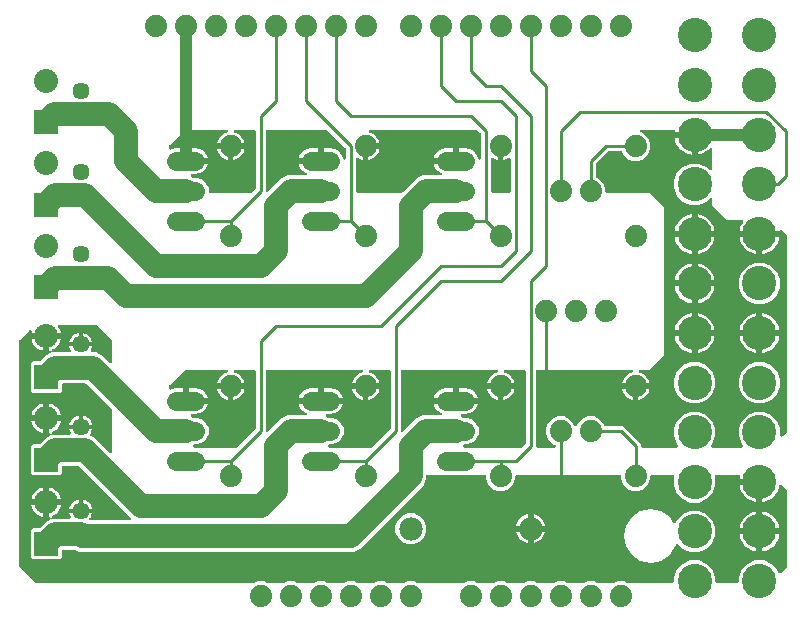
<source format=gbr>
G04 EAGLE Gerber RS-274X export*
G75*
%MOMM*%
%FSLAX34Y34*%
%LPD*%
%INTop Copper*%
%IPPOS*%
%AMOC8*
5,1,8,0,0,1.08239X$1,22.5*%
G01*
%ADD10C,2.900000*%
%ADD11C,1.879600*%
%ADD12C,1.625600*%
%ADD13C,1.447800*%
%ADD14R,2.032000X2.032000*%
%ADD15C,2.032000*%
%ADD16C,1.981200*%
%ADD17C,0.254000*%
%ADD18C,1.016000*%
%ADD19C,2.032000*%

G36*
X236128Y36832D02*
X236128Y36832D01*
X236137Y36831D01*
X236286Y36852D01*
X236434Y36871D01*
X236443Y36874D01*
X236452Y36875D01*
X236605Y36927D01*
X238824Y37847D01*
X243776Y37847D01*
X245995Y36927D01*
X246004Y36925D01*
X246012Y36920D01*
X246158Y36883D01*
X246302Y36843D01*
X246311Y36843D01*
X246320Y36841D01*
X246481Y36831D01*
X261519Y36831D01*
X261528Y36832D01*
X261537Y36831D01*
X261686Y36852D01*
X261834Y36871D01*
X261843Y36874D01*
X261852Y36875D01*
X262005Y36927D01*
X264224Y37847D01*
X269176Y37847D01*
X271395Y36927D01*
X271404Y36925D01*
X271412Y36920D01*
X271558Y36883D01*
X271702Y36843D01*
X271711Y36843D01*
X271720Y36841D01*
X271881Y36831D01*
X286919Y36831D01*
X286928Y36832D01*
X286937Y36831D01*
X287086Y36852D01*
X287234Y36871D01*
X287243Y36874D01*
X287252Y36875D01*
X287405Y36927D01*
X289624Y37847D01*
X294576Y37847D01*
X296795Y36927D01*
X296804Y36925D01*
X296812Y36920D01*
X296958Y36883D01*
X297102Y36843D01*
X297111Y36843D01*
X297120Y36841D01*
X297281Y36831D01*
X312319Y36831D01*
X312328Y36832D01*
X312337Y36831D01*
X312486Y36852D01*
X312634Y36871D01*
X312643Y36874D01*
X312652Y36875D01*
X312805Y36927D01*
X315024Y37847D01*
X319976Y37847D01*
X322195Y36927D01*
X322204Y36925D01*
X322212Y36920D01*
X322358Y36883D01*
X322502Y36843D01*
X322511Y36843D01*
X322520Y36841D01*
X322681Y36831D01*
X337719Y36831D01*
X337728Y36832D01*
X337737Y36831D01*
X337886Y36852D01*
X338034Y36871D01*
X338043Y36874D01*
X338052Y36875D01*
X338205Y36927D01*
X340424Y37847D01*
X345376Y37847D01*
X347595Y36927D01*
X347604Y36925D01*
X347612Y36920D01*
X347758Y36883D01*
X347902Y36843D01*
X347911Y36843D01*
X347920Y36841D01*
X348081Y36831D01*
X363119Y36831D01*
X363128Y36832D01*
X363137Y36831D01*
X363286Y36852D01*
X363434Y36871D01*
X363443Y36874D01*
X363452Y36875D01*
X363605Y36927D01*
X365824Y37847D01*
X370776Y37847D01*
X372995Y36927D01*
X373004Y36925D01*
X373012Y36920D01*
X373158Y36883D01*
X373302Y36843D01*
X373311Y36843D01*
X373320Y36841D01*
X373481Y36831D01*
X413919Y36831D01*
X413928Y36832D01*
X413937Y36831D01*
X414086Y36852D01*
X414234Y36871D01*
X414243Y36874D01*
X414252Y36875D01*
X414405Y36927D01*
X416624Y37847D01*
X421576Y37847D01*
X423795Y36927D01*
X423804Y36925D01*
X423812Y36920D01*
X423958Y36883D01*
X424102Y36843D01*
X424111Y36843D01*
X424120Y36841D01*
X424281Y36831D01*
X439319Y36831D01*
X439328Y36832D01*
X439337Y36831D01*
X439486Y36852D01*
X439634Y36871D01*
X439643Y36874D01*
X439652Y36875D01*
X439805Y36927D01*
X442024Y37847D01*
X446976Y37847D01*
X449195Y36927D01*
X449204Y36925D01*
X449212Y36920D01*
X449358Y36883D01*
X449502Y36843D01*
X449511Y36843D01*
X449520Y36841D01*
X449681Y36831D01*
X464719Y36831D01*
X464728Y36832D01*
X464737Y36831D01*
X464886Y36852D01*
X465034Y36871D01*
X465043Y36874D01*
X465052Y36875D01*
X465205Y36927D01*
X467424Y37847D01*
X472376Y37847D01*
X474595Y36927D01*
X474604Y36925D01*
X474612Y36920D01*
X474758Y36883D01*
X474902Y36843D01*
X474911Y36843D01*
X474920Y36841D01*
X475081Y36831D01*
X490119Y36831D01*
X490128Y36832D01*
X490137Y36831D01*
X490286Y36852D01*
X490434Y36871D01*
X490443Y36874D01*
X490452Y36875D01*
X490605Y36927D01*
X492824Y37847D01*
X497776Y37847D01*
X499995Y36927D01*
X500004Y36925D01*
X500012Y36920D01*
X500158Y36883D01*
X500302Y36843D01*
X500311Y36843D01*
X500320Y36841D01*
X500481Y36831D01*
X515519Y36831D01*
X515528Y36832D01*
X515537Y36831D01*
X515686Y36852D01*
X515834Y36871D01*
X515843Y36874D01*
X515852Y36875D01*
X516005Y36927D01*
X518224Y37847D01*
X523176Y37847D01*
X525395Y36927D01*
X525404Y36925D01*
X525412Y36920D01*
X525558Y36883D01*
X525702Y36843D01*
X525711Y36843D01*
X525720Y36841D01*
X525881Y36831D01*
X540919Y36831D01*
X540928Y36832D01*
X540937Y36831D01*
X541086Y36852D01*
X541234Y36871D01*
X541243Y36874D01*
X541252Y36875D01*
X541405Y36927D01*
X543624Y37847D01*
X548576Y37847D01*
X550795Y36927D01*
X550804Y36925D01*
X550812Y36920D01*
X550958Y36883D01*
X551102Y36843D01*
X551111Y36843D01*
X551120Y36841D01*
X551281Y36831D01*
X589782Y36831D01*
X589900Y36846D01*
X590019Y36853D01*
X590057Y36866D01*
X590098Y36871D01*
X590208Y36914D01*
X590321Y36951D01*
X590356Y36973D01*
X590393Y36988D01*
X590489Y37058D01*
X590590Y37121D01*
X590618Y37151D01*
X590651Y37174D01*
X590727Y37266D01*
X590808Y37353D01*
X590828Y37388D01*
X590853Y37419D01*
X590904Y37527D01*
X590962Y37631D01*
X590972Y37671D01*
X590989Y37707D01*
X591011Y37824D01*
X591041Y37939D01*
X591045Y38000D01*
X591049Y38020D01*
X591047Y38040D01*
X591051Y38100D01*
X591051Y41591D01*
X593723Y48041D01*
X598659Y52977D01*
X605109Y55649D01*
X612091Y55649D01*
X618541Y52977D01*
X623477Y48041D01*
X626149Y41591D01*
X626149Y38100D01*
X626164Y37982D01*
X626171Y37863D01*
X626184Y37825D01*
X626189Y37784D01*
X626232Y37674D01*
X626269Y37561D01*
X626291Y37526D01*
X626306Y37489D01*
X626375Y37393D01*
X626439Y37292D01*
X626469Y37264D01*
X626492Y37231D01*
X626584Y37156D01*
X626671Y37074D01*
X626706Y37054D01*
X626737Y37029D01*
X626845Y36978D01*
X626949Y36920D01*
X626989Y36910D01*
X627025Y36893D01*
X627142Y36871D01*
X627257Y36841D01*
X627317Y36837D01*
X627337Y36833D01*
X627358Y36835D01*
X627418Y36831D01*
X644782Y36831D01*
X644900Y36846D01*
X645019Y36853D01*
X645057Y36866D01*
X645098Y36871D01*
X645208Y36914D01*
X645321Y36951D01*
X645356Y36973D01*
X645393Y36988D01*
X645489Y37058D01*
X645590Y37121D01*
X645618Y37151D01*
X645651Y37174D01*
X645727Y37266D01*
X645808Y37353D01*
X645828Y37388D01*
X645853Y37419D01*
X645904Y37527D01*
X645962Y37631D01*
X645972Y37671D01*
X645989Y37707D01*
X646011Y37824D01*
X646041Y37939D01*
X646045Y38000D01*
X646049Y38020D01*
X646047Y38040D01*
X646051Y38100D01*
X646051Y41591D01*
X648723Y48041D01*
X653659Y52977D01*
X660109Y55649D01*
X667091Y55649D01*
X673541Y52977D01*
X678477Y48041D01*
X679613Y45299D01*
X679637Y45256D01*
X679654Y45210D01*
X679716Y45119D01*
X679770Y45023D01*
X679805Y44987D01*
X679833Y44946D01*
X679915Y44874D01*
X679991Y44795D01*
X680034Y44769D01*
X680071Y44736D01*
X680169Y44686D01*
X680262Y44629D01*
X680310Y44614D01*
X680354Y44591D01*
X680461Y44567D01*
X680566Y44535D01*
X680616Y44533D01*
X680664Y44522D01*
X680774Y44525D01*
X680884Y44520D01*
X680933Y44530D01*
X680982Y44531D01*
X681088Y44562D01*
X681196Y44584D01*
X681240Y44606D01*
X681288Y44620D01*
X681382Y44675D01*
X681481Y44724D01*
X681519Y44756D01*
X681562Y44781D01*
X681683Y44888D01*
X686698Y49903D01*
X686758Y49981D01*
X686826Y50053D01*
X686848Y50093D01*
X686864Y50112D01*
X686870Y50125D01*
X686892Y50154D01*
X686932Y50245D01*
X686980Y50331D01*
X686995Y50389D01*
X686999Y50400D01*
X687000Y50402D01*
X687019Y50446D01*
X687034Y50544D01*
X687059Y50639D01*
X687065Y50739D01*
X687069Y50760D01*
X687067Y50772D01*
X687069Y50800D01*
X687069Y114300D01*
X687057Y114398D01*
X687054Y114497D01*
X687037Y114555D01*
X687029Y114616D01*
X686993Y114708D01*
X686965Y114803D01*
X686935Y114855D01*
X686912Y114911D01*
X686854Y114991D01*
X686804Y115077D01*
X686738Y115152D01*
X686726Y115169D01*
X686716Y115176D01*
X686698Y115198D01*
X682491Y119404D01*
X682386Y119485D01*
X682285Y119571D01*
X682261Y119583D01*
X682239Y119599D01*
X682118Y119652D01*
X681999Y119710D01*
X681972Y119715D01*
X681947Y119726D01*
X681816Y119746D01*
X681687Y119773D01*
X681660Y119771D01*
X681633Y119776D01*
X681501Y119763D01*
X681369Y119756D01*
X681344Y119748D01*
X681317Y119746D01*
X681192Y119701D01*
X681066Y119661D01*
X681043Y119647D01*
X681017Y119638D01*
X680908Y119564D01*
X680795Y119494D01*
X680777Y119475D01*
X680754Y119459D01*
X680667Y119360D01*
X680575Y119265D01*
X680562Y119241D01*
X680544Y119221D01*
X680484Y119103D01*
X680419Y118988D01*
X680406Y118952D01*
X680399Y118938D01*
X680395Y118917D01*
X680367Y118835D01*
X679771Y116611D01*
X678916Y114547D01*
X677799Y112612D01*
X676439Y110840D01*
X674860Y109261D01*
X673088Y107901D01*
X671153Y106784D01*
X669089Y105929D01*
X666932Y105351D01*
X666139Y105247D01*
X666139Y120830D01*
X666124Y120948D01*
X666117Y121067D01*
X666104Y121105D01*
X666099Y121145D01*
X666056Y121256D01*
X666019Y121369D01*
X665997Y121403D01*
X665982Y121441D01*
X665912Y121537D01*
X665849Y121638D01*
X665819Y121666D01*
X665795Y121698D01*
X665704Y121774D01*
X665617Y121856D01*
X665582Y121875D01*
X665551Y121901D01*
X665443Y121952D01*
X665339Y122009D01*
X665299Y122020D01*
X665263Y122037D01*
X665146Y122059D01*
X665031Y122089D01*
X664970Y122093D01*
X664950Y122097D01*
X664930Y122095D01*
X664870Y122099D01*
X663599Y122099D01*
X663599Y123370D01*
X663584Y123488D01*
X663577Y123607D01*
X663564Y123645D01*
X663559Y123685D01*
X663515Y123796D01*
X663479Y123909D01*
X663457Y123944D01*
X663442Y123981D01*
X663372Y124077D01*
X663309Y124178D01*
X663279Y124206D01*
X663255Y124239D01*
X663164Y124314D01*
X663077Y124396D01*
X663042Y124416D01*
X663010Y124441D01*
X662903Y124492D01*
X662798Y124550D01*
X662759Y124560D01*
X662723Y124577D01*
X662606Y124599D01*
X662491Y124629D01*
X662430Y124633D01*
X662410Y124637D01*
X662390Y124635D01*
X662330Y124639D01*
X646747Y124639D01*
X646851Y125432D01*
X647183Y126671D01*
X647200Y126796D01*
X647224Y126920D01*
X647222Y126953D01*
X647226Y126987D01*
X647212Y127112D01*
X647204Y127237D01*
X647194Y127269D01*
X647190Y127302D01*
X647145Y127420D01*
X647106Y127539D01*
X647088Y127568D01*
X647076Y127599D01*
X647003Y127702D01*
X646936Y127808D01*
X646911Y127831D01*
X646892Y127859D01*
X646796Y127940D01*
X646704Y128026D01*
X646675Y128042D01*
X646649Y128064D01*
X646536Y128119D01*
X646426Y128180D01*
X646393Y128188D01*
X646363Y128203D01*
X646239Y128228D01*
X646118Y128259D01*
X646069Y128262D01*
X646051Y128266D01*
X646029Y128265D01*
X645957Y128269D01*
X626939Y128269D01*
X626889Y128263D01*
X626840Y128265D01*
X626732Y128243D01*
X626623Y128229D01*
X626577Y128211D01*
X626528Y128201D01*
X626430Y128153D01*
X626328Y128112D01*
X626287Y128083D01*
X626243Y128061D01*
X626159Y127990D01*
X626070Y127926D01*
X626039Y127887D01*
X626001Y127855D01*
X625937Y127765D01*
X625867Y127681D01*
X625846Y127636D01*
X625818Y127595D01*
X625779Y127492D01*
X625732Y127393D01*
X625723Y127344D01*
X625705Y127298D01*
X625693Y127188D01*
X625672Y127081D01*
X625675Y127031D01*
X625670Y126982D01*
X625685Y126873D01*
X625692Y126763D01*
X625707Y126716D01*
X625714Y126667D01*
X625766Y126514D01*
X626149Y125591D01*
X626149Y118609D01*
X623477Y112159D01*
X618541Y107223D01*
X612091Y104551D01*
X605109Y104551D01*
X598659Y107223D01*
X593723Y112159D01*
X591051Y118609D01*
X591051Y125591D01*
X591434Y126514D01*
X591443Y126547D01*
X591446Y126555D01*
X591448Y126565D01*
X591468Y126607D01*
X591489Y126715D01*
X591518Y126821D01*
X591519Y126871D01*
X591528Y126920D01*
X591521Y127029D01*
X591523Y127139D01*
X591511Y127187D01*
X591508Y127237D01*
X591474Y127341D01*
X591449Y127448D01*
X591425Y127492D01*
X591410Y127539D01*
X591351Y127632D01*
X591300Y127729D01*
X591267Y127766D01*
X591240Y127808D01*
X591160Y127883D01*
X591086Y127965D01*
X591045Y127992D01*
X591008Y128026D01*
X590912Y128079D01*
X590820Y128139D01*
X590773Y128156D01*
X590730Y128180D01*
X590624Y128207D01*
X590520Y128243D01*
X590470Y128247D01*
X590422Y128259D01*
X590261Y128269D01*
X572516Y128269D01*
X572398Y128254D01*
X572279Y128247D01*
X572241Y128234D01*
X572200Y128229D01*
X572090Y128186D01*
X571977Y128149D01*
X571942Y128127D01*
X571905Y128112D01*
X571809Y128043D01*
X571708Y127979D01*
X571680Y127949D01*
X571647Y127926D01*
X571571Y127834D01*
X571490Y127747D01*
X571470Y127712D01*
X571445Y127681D01*
X571394Y127573D01*
X571336Y127469D01*
X571326Y127429D01*
X571309Y127393D01*
X571287Y127276D01*
X571257Y127161D01*
X571253Y127101D01*
X571249Y127081D01*
X571251Y127060D01*
X571247Y127000D01*
X571247Y124524D01*
X569352Y119950D01*
X565850Y116448D01*
X561276Y114553D01*
X556324Y114553D01*
X551750Y116448D01*
X548248Y119950D01*
X546353Y124524D01*
X546353Y127000D01*
X546338Y127118D01*
X546331Y127237D01*
X546318Y127275D01*
X546313Y127316D01*
X546270Y127426D01*
X546233Y127539D01*
X546211Y127574D01*
X546196Y127611D01*
X546127Y127707D01*
X546063Y127808D01*
X546033Y127836D01*
X546010Y127869D01*
X545918Y127945D01*
X545831Y128026D01*
X545796Y128046D01*
X545765Y128071D01*
X545657Y128122D01*
X545553Y128180D01*
X545513Y128190D01*
X545477Y128207D01*
X545360Y128229D01*
X545245Y128259D01*
X545185Y128263D01*
X545165Y128267D01*
X545144Y128265D01*
X545084Y128269D01*
X458216Y128269D01*
X458098Y128254D01*
X457979Y128247D01*
X457941Y128234D01*
X457900Y128229D01*
X457790Y128186D01*
X457677Y128149D01*
X457642Y128127D01*
X457605Y128112D01*
X457509Y128043D01*
X457408Y127979D01*
X457380Y127949D01*
X457347Y127926D01*
X457271Y127834D01*
X457190Y127747D01*
X457170Y127712D01*
X457145Y127681D01*
X457094Y127573D01*
X457036Y127469D01*
X457026Y127429D01*
X457009Y127393D01*
X456987Y127276D01*
X456957Y127161D01*
X456953Y127101D01*
X456949Y127081D01*
X456951Y127060D01*
X456947Y127000D01*
X456947Y124524D01*
X455052Y119950D01*
X451550Y116448D01*
X446976Y114553D01*
X442024Y114553D01*
X437450Y116448D01*
X433948Y119950D01*
X432053Y124524D01*
X432053Y127000D01*
X432038Y127118D01*
X432031Y127237D01*
X432018Y127275D01*
X432013Y127316D01*
X431970Y127426D01*
X431933Y127539D01*
X431911Y127574D01*
X431896Y127611D01*
X431827Y127707D01*
X431763Y127808D01*
X431733Y127836D01*
X431710Y127869D01*
X431618Y127945D01*
X431531Y128026D01*
X431496Y128046D01*
X431465Y128071D01*
X431357Y128122D01*
X431253Y128180D01*
X431213Y128190D01*
X431177Y128207D01*
X431060Y128229D01*
X430945Y128259D01*
X430885Y128263D01*
X430865Y128267D01*
X430844Y128265D01*
X430784Y128269D01*
X382778Y128269D01*
X382660Y128254D01*
X382541Y128247D01*
X382503Y128234D01*
X382462Y128229D01*
X382352Y128186D01*
X382239Y128149D01*
X382204Y128127D01*
X382167Y128112D01*
X382071Y128043D01*
X381970Y127979D01*
X381942Y127949D01*
X381909Y127926D01*
X381833Y127834D01*
X381752Y127747D01*
X381732Y127712D01*
X381707Y127681D01*
X381656Y127573D01*
X381598Y127469D01*
X381588Y127429D01*
X381571Y127393D01*
X381549Y127276D01*
X381519Y127161D01*
X381515Y127101D01*
X381511Y127081D01*
X381513Y127060D01*
X381509Y127000D01*
X381509Y124373D01*
X379498Y119518D01*
X324982Y65002D01*
X320127Y62991D01*
X87703Y62991D01*
X84484Y64325D01*
X84475Y64327D01*
X84466Y64332D01*
X84321Y64369D01*
X84177Y64409D01*
X84167Y64409D01*
X84158Y64411D01*
X83998Y64421D01*
X74168Y64421D01*
X74050Y64406D01*
X73931Y64399D01*
X73893Y64386D01*
X73852Y64381D01*
X73742Y64338D01*
X73629Y64301D01*
X73594Y64279D01*
X73557Y64264D01*
X73461Y64195D01*
X73360Y64131D01*
X73332Y64101D01*
X73299Y64078D01*
X73223Y63986D01*
X73142Y63899D01*
X73122Y63864D01*
X73097Y63833D01*
X73046Y63725D01*
X72988Y63621D01*
X72978Y63581D01*
X72961Y63545D01*
X72939Y63428D01*
X72909Y63313D01*
X72905Y63253D01*
X72901Y63233D01*
X72903Y63212D01*
X72899Y63152D01*
X72899Y58427D01*
X71113Y56641D01*
X48267Y56641D01*
X46481Y58427D01*
X46481Y81273D01*
X48267Y83059D01*
X53693Y83059D01*
X53791Y83071D01*
X53890Y83074D01*
X53948Y83091D01*
X54009Y83099D01*
X54101Y83135D01*
X54196Y83163D01*
X54248Y83193D01*
X54304Y83216D01*
X54384Y83274D01*
X54470Y83324D01*
X54545Y83390D01*
X54562Y83402D01*
X54569Y83412D01*
X54590Y83430D01*
X59988Y88828D01*
X62629Y89922D01*
X62638Y89927D01*
X62647Y89930D01*
X62776Y90005D01*
X62905Y90079D01*
X62912Y90086D01*
X62921Y90091D01*
X63026Y90197D01*
X63134Y90301D01*
X63139Y90309D01*
X63146Y90316D01*
X63222Y90445D01*
X63300Y90572D01*
X63303Y90581D01*
X63308Y90590D01*
X63350Y90734D01*
X63394Y90876D01*
X63394Y90886D01*
X63397Y90895D01*
X63402Y91044D01*
X63409Y91193D01*
X63407Y91203D01*
X63407Y91213D01*
X63375Y91358D01*
X63344Y91505D01*
X63340Y91514D01*
X63338Y91524D01*
X63270Y91657D01*
X63205Y91791D01*
X63198Y91798D01*
X63194Y91807D01*
X63095Y91919D01*
X62998Y92032D01*
X62990Y92038D01*
X62984Y92046D01*
X62861Y92129D01*
X62738Y92216D01*
X62729Y92219D01*
X62721Y92225D01*
X62581Y92275D01*
X62441Y92328D01*
X62431Y92329D01*
X62422Y92333D01*
X62273Y92347D01*
X62229Y92352D01*
X62229Y102311D01*
X72147Y102311D01*
X72078Y101876D01*
X71460Y99975D01*
X70553Y98193D01*
X69378Y96576D01*
X67964Y95162D01*
X66347Y93987D01*
X64878Y93239D01*
X64861Y93228D01*
X64843Y93220D01*
X64730Y93139D01*
X64615Y93060D01*
X64601Y93045D01*
X64585Y93034D01*
X64496Y92926D01*
X64404Y92822D01*
X64395Y92804D01*
X64382Y92789D01*
X64323Y92662D01*
X64260Y92538D01*
X64255Y92519D01*
X64247Y92501D01*
X64221Y92364D01*
X64190Y92228D01*
X64191Y92208D01*
X64187Y92188D01*
X64196Y92049D01*
X64200Y91910D01*
X64206Y91891D01*
X64207Y91871D01*
X64250Y91739D01*
X64289Y91605D01*
X64299Y91587D01*
X64305Y91569D01*
X64380Y91451D01*
X64450Y91331D01*
X64464Y91317D01*
X64475Y91300D01*
X64577Y91204D01*
X64675Y91106D01*
X64692Y91096D01*
X64707Y91082D01*
X64829Y91015D01*
X64949Y90944D01*
X64968Y90938D01*
X64985Y90928D01*
X65120Y90894D01*
X65254Y90855D01*
X65274Y90854D01*
X65293Y90849D01*
X65454Y90839D01*
X79313Y90839D01*
X79412Y90851D01*
X79511Y90854D01*
X79569Y90871D01*
X79629Y90879D01*
X79721Y90915D01*
X79816Y90943D01*
X79868Y90973D01*
X79924Y90996D01*
X80005Y91054D01*
X80090Y91105D01*
X80133Y91147D01*
X80182Y91182D01*
X80245Y91259D01*
X80315Y91329D01*
X80346Y91381D01*
X80384Y91427D01*
X80427Y91517D01*
X80477Y91603D01*
X80494Y91661D01*
X80520Y91715D01*
X80539Y91813D01*
X80566Y91908D01*
X80568Y91968D01*
X80580Y92027D01*
X80574Y92127D01*
X80577Y92226D01*
X80564Y92285D01*
X80560Y92345D01*
X80529Y92439D01*
X80508Y92536D01*
X80468Y92628D01*
X80462Y92647D01*
X80455Y92658D01*
X80444Y92684D01*
X79837Y93876D01*
X79361Y95340D01*
X79275Y95881D01*
X88420Y95881D01*
X88538Y95896D01*
X88657Y95903D01*
X88695Y95915D01*
X88735Y95921D01*
X88846Y95964D01*
X88894Y95980D01*
X88912Y95970D01*
X88951Y95960D01*
X88987Y95943D01*
X89104Y95921D01*
X89220Y95891D01*
X89280Y95887D01*
X89300Y95883D01*
X89320Y95885D01*
X89380Y95881D01*
X98525Y95881D01*
X98439Y95340D01*
X97963Y93876D01*
X97264Y92504D01*
X96480Y91424D01*
X96460Y91389D01*
X96435Y91359D01*
X96384Y91250D01*
X96326Y91145D01*
X96316Y91107D01*
X96299Y91071D01*
X96277Y90954D01*
X96247Y90837D01*
X96247Y90797D01*
X96240Y90758D01*
X96247Y90639D01*
X96247Y90519D01*
X96257Y90481D01*
X96259Y90441D01*
X96296Y90327D01*
X96326Y90211D01*
X96345Y90176D01*
X96357Y90139D01*
X96422Y90037D01*
X96479Y89933D01*
X96506Y89904D01*
X96528Y89870D01*
X96615Y89788D01*
X96697Y89701D01*
X96730Y89679D01*
X96759Y89652D01*
X96864Y89594D01*
X96965Y89530D01*
X97003Y89518D01*
X97038Y89498D01*
X97154Y89469D01*
X97267Y89431D01*
X97307Y89429D01*
X97346Y89419D01*
X97506Y89409D01*
X130147Y89409D01*
X130285Y89426D01*
X130423Y89439D01*
X130443Y89446D01*
X130463Y89449D01*
X130592Y89500D01*
X130723Y89547D01*
X130739Y89558D01*
X130758Y89566D01*
X130870Y89647D01*
X130986Y89725D01*
X130999Y89741D01*
X131016Y89752D01*
X131104Y89860D01*
X131196Y89964D01*
X131205Y89982D01*
X131218Y89997D01*
X131277Y90123D01*
X131341Y90247D01*
X131345Y90267D01*
X131354Y90285D01*
X131380Y90421D01*
X131411Y90557D01*
X131410Y90578D01*
X131414Y90597D01*
X131405Y90736D01*
X131401Y90875D01*
X131395Y90895D01*
X131394Y90915D01*
X131351Y91047D01*
X131312Y91181D01*
X131302Y91198D01*
X131296Y91217D01*
X131222Y91335D01*
X131151Y91455D01*
X131132Y91476D01*
X131126Y91486D01*
X131111Y91500D01*
X131045Y91575D01*
X87450Y135170D01*
X87372Y135230D01*
X87300Y135298D01*
X87247Y135327D01*
X87199Y135364D01*
X87108Y135404D01*
X87022Y135452D01*
X86963Y135467D01*
X86907Y135491D01*
X86809Y135506D01*
X86714Y135531D01*
X86614Y135537D01*
X86593Y135541D01*
X86581Y135539D01*
X86553Y135541D01*
X74168Y135541D01*
X74050Y135526D01*
X73931Y135519D01*
X73893Y135506D01*
X73852Y135501D01*
X73742Y135458D01*
X73629Y135421D01*
X73594Y135399D01*
X73557Y135384D01*
X73461Y135315D01*
X73360Y135251D01*
X73332Y135221D01*
X73299Y135198D01*
X73223Y135106D01*
X73142Y135019D01*
X73122Y134984D01*
X73097Y134953D01*
X73046Y134845D01*
X72988Y134741D01*
X72978Y134701D01*
X72961Y134665D01*
X72939Y134548D01*
X72909Y134433D01*
X72905Y134373D01*
X72901Y134353D01*
X72903Y134332D01*
X72899Y134272D01*
X72899Y129547D01*
X71113Y127761D01*
X48267Y127761D01*
X46481Y129547D01*
X46481Y152393D01*
X48267Y154179D01*
X53693Y154179D01*
X53791Y154191D01*
X53890Y154194D01*
X53948Y154211D01*
X54009Y154219D01*
X54101Y154255D01*
X54196Y154283D01*
X54248Y154313D01*
X54304Y154336D01*
X54384Y154394D01*
X54470Y154444D01*
X54545Y154510D01*
X54562Y154522D01*
X54569Y154532D01*
X54591Y154550D01*
X59988Y159948D01*
X62629Y161042D01*
X62638Y161047D01*
X62647Y161050D01*
X62776Y161125D01*
X62905Y161199D01*
X62912Y161206D01*
X62921Y161211D01*
X63026Y161317D01*
X63134Y161421D01*
X63139Y161429D01*
X63146Y161436D01*
X63222Y161565D01*
X63300Y161692D01*
X63303Y161701D01*
X63308Y161710D01*
X63350Y161854D01*
X63394Y161996D01*
X63394Y162006D01*
X63397Y162015D01*
X63402Y162164D01*
X63409Y162313D01*
X63407Y162323D01*
X63407Y162333D01*
X63375Y162478D01*
X63344Y162625D01*
X63340Y162634D01*
X63338Y162644D01*
X63270Y162777D01*
X63205Y162911D01*
X63198Y162918D01*
X63194Y162927D01*
X63095Y163039D01*
X62998Y163152D01*
X62990Y163158D01*
X62984Y163166D01*
X62861Y163249D01*
X62738Y163336D01*
X62729Y163339D01*
X62721Y163345D01*
X62581Y163395D01*
X62441Y163448D01*
X62431Y163449D01*
X62422Y163453D01*
X62273Y163467D01*
X62229Y163472D01*
X62229Y173431D01*
X72147Y173431D01*
X72078Y172996D01*
X71460Y171095D01*
X70553Y169313D01*
X69378Y167696D01*
X67964Y166282D01*
X66347Y165107D01*
X64878Y164359D01*
X64861Y164348D01*
X64843Y164340D01*
X64730Y164259D01*
X64615Y164180D01*
X64601Y164165D01*
X64585Y164154D01*
X64496Y164046D01*
X64404Y163942D01*
X64395Y163924D01*
X64382Y163909D01*
X64323Y163783D01*
X64260Y163658D01*
X64255Y163639D01*
X64247Y163621D01*
X64221Y163484D01*
X64190Y163348D01*
X64191Y163328D01*
X64187Y163308D01*
X64196Y163169D01*
X64200Y163030D01*
X64206Y163011D01*
X64207Y162991D01*
X64250Y162858D01*
X64289Y162725D01*
X64299Y162707D01*
X64305Y162689D01*
X64380Y162571D01*
X64450Y162451D01*
X64464Y162437D01*
X64475Y162420D01*
X64577Y162324D01*
X64675Y162226D01*
X64692Y162216D01*
X64707Y162202D01*
X64829Y162135D01*
X64949Y162064D01*
X64968Y162058D01*
X64985Y162048D01*
X65120Y162014D01*
X65254Y161975D01*
X65274Y161974D01*
X65293Y161969D01*
X65454Y161959D01*
X79313Y161959D01*
X79412Y161971D01*
X79511Y161974D01*
X79569Y161991D01*
X79629Y161999D01*
X79721Y162035D01*
X79816Y162063D01*
X79868Y162093D01*
X79924Y162116D01*
X80005Y162174D01*
X80090Y162225D01*
X80133Y162267D01*
X80182Y162302D01*
X80245Y162379D01*
X80315Y162449D01*
X80346Y162501D01*
X80384Y162547D01*
X80427Y162637D01*
X80477Y162723D01*
X80494Y162781D01*
X80520Y162835D01*
X80539Y162933D01*
X80566Y163028D01*
X80568Y163088D01*
X80580Y163147D01*
X80574Y163247D01*
X80577Y163346D01*
X80564Y163405D01*
X80560Y163465D01*
X80529Y163559D01*
X80508Y163656D01*
X80468Y163748D01*
X80462Y163767D01*
X80455Y163778D01*
X80444Y163804D01*
X79837Y164996D01*
X79361Y166460D01*
X79275Y167001D01*
X88420Y167001D01*
X88538Y167016D01*
X88657Y167023D01*
X88695Y167035D01*
X88735Y167041D01*
X88846Y167084D01*
X88894Y167100D01*
X88912Y167090D01*
X88951Y167080D01*
X88987Y167063D01*
X89104Y167041D01*
X89220Y167011D01*
X89280Y167007D01*
X89300Y167003D01*
X89320Y167005D01*
X89380Y167001D01*
X98525Y167001D01*
X98439Y166460D01*
X97963Y164996D01*
X97264Y163624D01*
X96798Y162982D01*
X96745Y162886D01*
X96685Y162795D01*
X96669Y162748D01*
X96645Y162703D01*
X96617Y162598D01*
X96582Y162494D01*
X96578Y162444D01*
X96565Y162395D01*
X96565Y162286D01*
X96557Y162177D01*
X96565Y162128D01*
X96565Y162077D01*
X96592Y161972D01*
X96611Y161864D01*
X96632Y161818D01*
X96644Y161769D01*
X96697Y161673D01*
X96742Y161574D01*
X96773Y161535D01*
X96797Y161491D01*
X96872Y161411D01*
X96940Y161326D01*
X96981Y161295D01*
X97015Y161259D01*
X97107Y161200D01*
X97194Y161134D01*
X97265Y161100D01*
X97283Y161088D01*
X97300Y161083D01*
X97339Y161063D01*
X100032Y159948D01*
X113403Y146577D01*
X113512Y146492D01*
X113619Y146404D01*
X113638Y146395D01*
X113654Y146383D01*
X113782Y146327D01*
X113907Y146268D01*
X113927Y146264D01*
X113946Y146256D01*
X114084Y146234D01*
X114220Y146208D01*
X114240Y146210D01*
X114260Y146206D01*
X114399Y146219D01*
X114537Y146228D01*
X114556Y146234D01*
X114576Y146236D01*
X114708Y146283D01*
X114839Y146326D01*
X114857Y146337D01*
X114876Y146344D01*
X114991Y146422D01*
X115108Y146496D01*
X115122Y146511D01*
X115139Y146522D01*
X115231Y146626D01*
X115326Y146728D01*
X115336Y146746D01*
X115349Y146761D01*
X115413Y146885D01*
X115480Y147006D01*
X115485Y147026D01*
X115494Y147044D01*
X115524Y147180D01*
X115559Y147314D01*
X115561Y147342D01*
X115564Y147354D01*
X115563Y147375D01*
X115569Y147475D01*
X115569Y182725D01*
X115557Y182823D01*
X115554Y182922D01*
X115537Y182980D01*
X115529Y183041D01*
X115493Y183133D01*
X115465Y183228D01*
X115435Y183280D01*
X115412Y183336D01*
X115354Y183416D01*
X115304Y183502D01*
X115238Y183577D01*
X115226Y183594D01*
X115216Y183601D01*
X115198Y183623D01*
X93800Y205020D01*
X93722Y205080D01*
X93650Y205148D01*
X93597Y205177D01*
X93549Y205214D01*
X93458Y205254D01*
X93372Y205302D01*
X93313Y205317D01*
X93257Y205341D01*
X93159Y205356D01*
X93064Y205381D01*
X92964Y205387D01*
X92943Y205391D01*
X92931Y205389D01*
X92903Y205391D01*
X74168Y205391D01*
X74050Y205376D01*
X73931Y205369D01*
X73893Y205356D01*
X73852Y205351D01*
X73742Y205308D01*
X73629Y205271D01*
X73594Y205249D01*
X73557Y205234D01*
X73461Y205165D01*
X73360Y205101D01*
X73332Y205071D01*
X73299Y205048D01*
X73223Y204956D01*
X73142Y204869D01*
X73122Y204834D01*
X73097Y204803D01*
X73046Y204695D01*
X72988Y204591D01*
X72978Y204551D01*
X72961Y204515D01*
X72939Y204398D01*
X72909Y204283D01*
X72905Y204223D01*
X72901Y204203D01*
X72903Y204182D01*
X72899Y204122D01*
X72899Y199397D01*
X71113Y197611D01*
X48267Y197611D01*
X46481Y199397D01*
X46481Y222243D01*
X48267Y224029D01*
X53693Y224029D01*
X53791Y224041D01*
X53890Y224044D01*
X53948Y224061D01*
X54009Y224069D01*
X54101Y224105D01*
X54196Y224133D01*
X54248Y224163D01*
X54304Y224186D01*
X54384Y224244D01*
X54470Y224294D01*
X54545Y224360D01*
X54562Y224372D01*
X54569Y224382D01*
X54590Y224400D01*
X59988Y229798D01*
X62629Y230892D01*
X62638Y230897D01*
X62647Y230900D01*
X62776Y230976D01*
X62905Y231049D01*
X62912Y231056D01*
X62921Y231061D01*
X63026Y231167D01*
X63134Y231271D01*
X63139Y231279D01*
X63146Y231286D01*
X63222Y231415D01*
X63300Y231542D01*
X63303Y231551D01*
X63308Y231560D01*
X63350Y231704D01*
X63393Y231846D01*
X63394Y231856D01*
X63397Y231865D01*
X63402Y232015D01*
X63409Y232163D01*
X63407Y232173D01*
X63407Y232183D01*
X63374Y232329D01*
X63344Y232475D01*
X63340Y232484D01*
X63338Y232494D01*
X63270Y232627D01*
X63205Y232761D01*
X63198Y232768D01*
X63194Y232777D01*
X63096Y232888D01*
X62998Y233003D01*
X62990Y233008D01*
X62983Y233016D01*
X62861Y233099D01*
X62738Y233186D01*
X62729Y233189D01*
X62721Y233195D01*
X62581Y233245D01*
X62441Y233298D01*
X62431Y233299D01*
X62422Y233303D01*
X62273Y233317D01*
X62229Y233322D01*
X62229Y243281D01*
X72147Y243281D01*
X72078Y242846D01*
X71460Y240945D01*
X70553Y239163D01*
X69378Y237546D01*
X67964Y236132D01*
X66347Y234957D01*
X64878Y234209D01*
X64861Y234198D01*
X64843Y234190D01*
X64730Y234109D01*
X64615Y234030D01*
X64601Y234015D01*
X64585Y234004D01*
X64496Y233896D01*
X64404Y233792D01*
X64395Y233774D01*
X64383Y233759D01*
X64323Y233633D01*
X64260Y233508D01*
X64255Y233489D01*
X64247Y233471D01*
X64221Y233334D01*
X64190Y233198D01*
X64191Y233178D01*
X64187Y233158D01*
X64196Y233019D01*
X64200Y232880D01*
X64206Y232861D01*
X64207Y232841D01*
X64250Y232709D01*
X64289Y232575D01*
X64299Y232557D01*
X64305Y232539D01*
X64379Y232421D01*
X64450Y232301D01*
X64464Y232287D01*
X64475Y232270D01*
X64577Y232174D01*
X64675Y232076D01*
X64692Y232066D01*
X64707Y232052D01*
X64829Y231985D01*
X64949Y231914D01*
X64968Y231908D01*
X64985Y231898D01*
X65120Y231864D01*
X65254Y231825D01*
X65274Y231824D01*
X65293Y231819D01*
X65454Y231809D01*
X79313Y231809D01*
X79412Y231821D01*
X79511Y231824D01*
X79569Y231841D01*
X79629Y231849D01*
X79721Y231885D01*
X79816Y231913D01*
X79868Y231943D01*
X79924Y231966D01*
X80005Y232024D01*
X80090Y232075D01*
X80133Y232117D01*
X80182Y232152D01*
X80245Y232229D01*
X80315Y232299D01*
X80346Y232351D01*
X80384Y232397D01*
X80427Y232487D01*
X80477Y232573D01*
X80494Y232631D01*
X80520Y232685D01*
X80539Y232783D01*
X80566Y232878D01*
X80568Y232938D01*
X80580Y232997D01*
X80574Y233097D01*
X80577Y233196D01*
X80564Y233255D01*
X80560Y233315D01*
X80529Y233409D01*
X80508Y233506D01*
X80468Y233598D01*
X80462Y233617D01*
X80455Y233628D01*
X80444Y233654D01*
X79837Y234846D01*
X79361Y236310D01*
X79275Y236851D01*
X88420Y236851D01*
X88538Y236866D01*
X88657Y236873D01*
X88695Y236885D01*
X88735Y236891D01*
X88846Y236934D01*
X88894Y236950D01*
X88912Y236940D01*
X88951Y236930D01*
X88987Y236913D01*
X89104Y236891D01*
X89220Y236861D01*
X89280Y236857D01*
X89300Y236853D01*
X89320Y236855D01*
X89380Y236851D01*
X98525Y236851D01*
X98439Y236310D01*
X97963Y234846D01*
X97356Y233654D01*
X97322Y233561D01*
X97280Y233471D01*
X97269Y233412D01*
X97248Y233355D01*
X97239Y233256D01*
X97220Y233158D01*
X97224Y233098D01*
X97218Y233038D01*
X97234Y232940D01*
X97240Y232841D01*
X97259Y232784D01*
X97268Y232724D01*
X97307Y232633D01*
X97338Y232539D01*
X97370Y232488D01*
X97394Y232432D01*
X97455Y232354D01*
X97508Y232270D01*
X97552Y232229D01*
X97589Y232181D01*
X97668Y232120D01*
X97740Y232052D01*
X97793Y232023D01*
X97840Y231986D01*
X97931Y231946D01*
X98018Y231898D01*
X98077Y231883D01*
X98132Y231859D01*
X98230Y231844D01*
X98326Y231819D01*
X98426Y231813D01*
X98446Y231809D01*
X98458Y231811D01*
X98487Y231809D01*
X101527Y231809D01*
X106382Y229798D01*
X113403Y222777D01*
X113512Y222692D01*
X113619Y222604D01*
X113638Y222595D01*
X113654Y222583D01*
X113782Y222527D01*
X113907Y222468D01*
X113927Y222464D01*
X113946Y222456D01*
X114084Y222434D01*
X114220Y222408D01*
X114240Y222410D01*
X114260Y222406D01*
X114399Y222419D01*
X114537Y222428D01*
X114556Y222434D01*
X114576Y222436D01*
X114708Y222483D01*
X114839Y222526D01*
X114857Y222537D01*
X114876Y222544D01*
X114991Y222622D01*
X115108Y222696D01*
X115122Y222711D01*
X115139Y222722D01*
X115231Y222826D01*
X115326Y222928D01*
X115336Y222946D01*
X115349Y222961D01*
X115413Y223085D01*
X115480Y223206D01*
X115485Y223226D01*
X115494Y223244D01*
X115524Y223380D01*
X115559Y223514D01*
X115561Y223542D01*
X115564Y223554D01*
X115563Y223575D01*
X115569Y223675D01*
X115569Y241300D01*
X115557Y241398D01*
X115554Y241497D01*
X115537Y241555D01*
X115529Y241616D01*
X115493Y241708D01*
X115465Y241803D01*
X115435Y241855D01*
X115412Y241911D01*
X115354Y241991D01*
X115304Y242077D01*
X115238Y242152D01*
X115226Y242169D01*
X115216Y242176D01*
X115198Y242198D01*
X102498Y254898D01*
X102419Y254958D01*
X102347Y255026D01*
X102294Y255055D01*
X102246Y255092D01*
X102155Y255132D01*
X102069Y255180D01*
X102010Y255195D01*
X101954Y255219D01*
X101856Y255234D01*
X101761Y255259D01*
X101661Y255265D01*
X101640Y255269D01*
X101628Y255267D01*
X101600Y255269D01*
X71015Y255269D01*
X70975Y255264D01*
X70936Y255267D01*
X70818Y255244D01*
X70699Y255229D01*
X70662Y255215D01*
X70623Y255207D01*
X70515Y255156D01*
X70404Y255112D01*
X70371Y255089D01*
X70335Y255072D01*
X70243Y254996D01*
X70146Y254926D01*
X70121Y254895D01*
X70090Y254870D01*
X70020Y254773D01*
X69943Y254681D01*
X69926Y254645D01*
X69903Y254612D01*
X69859Y254501D01*
X69808Y254393D01*
X69800Y254354D01*
X69786Y254317D01*
X69771Y254198D01*
X69748Y254081D01*
X69751Y254041D01*
X69745Y254001D01*
X69760Y253882D01*
X69768Y253763D01*
X69780Y253725D01*
X69785Y253686D01*
X69829Y253574D01*
X69866Y253461D01*
X69887Y253427D01*
X69902Y253390D01*
X69988Y253254D01*
X70553Y252477D01*
X71460Y250695D01*
X72078Y248794D01*
X72147Y248359D01*
X60960Y248359D01*
X60842Y248344D01*
X60723Y248337D01*
X60685Y248324D01*
X60645Y248319D01*
X60534Y248276D01*
X60421Y248239D01*
X60387Y248217D01*
X60349Y248202D01*
X60253Y248132D01*
X60152Y248069D01*
X60124Y248039D01*
X60092Y248015D01*
X60016Y247924D01*
X59934Y247837D01*
X59915Y247802D01*
X59889Y247771D01*
X59838Y247663D01*
X59781Y247559D01*
X59770Y247519D01*
X59753Y247483D01*
X59731Y247366D01*
X59701Y247251D01*
X59697Y247190D01*
X59693Y247170D01*
X59695Y247150D01*
X59691Y247090D01*
X59691Y245819D01*
X59689Y245819D01*
X59689Y247090D01*
X59674Y247208D01*
X59667Y247327D01*
X59654Y247365D01*
X59649Y247405D01*
X59605Y247516D01*
X59569Y247629D01*
X59547Y247664D01*
X59532Y247701D01*
X59462Y247797D01*
X59399Y247898D01*
X59369Y247926D01*
X59345Y247959D01*
X59254Y248034D01*
X59167Y248116D01*
X59132Y248136D01*
X59100Y248161D01*
X58993Y248212D01*
X58888Y248270D01*
X58849Y248280D01*
X58813Y248297D01*
X58696Y248319D01*
X58581Y248349D01*
X58520Y248353D01*
X58500Y248357D01*
X58480Y248355D01*
X58420Y248359D01*
X47233Y248359D01*
X47302Y248794D01*
X47354Y248955D01*
X47358Y248974D01*
X47366Y248993D01*
X47388Y249130D01*
X47414Y249267D01*
X47413Y249287D01*
X47416Y249307D01*
X47403Y249446D01*
X47394Y249585D01*
X47388Y249604D01*
X47386Y249623D01*
X47339Y249755D01*
X47296Y249887D01*
X47285Y249904D01*
X47278Y249923D01*
X47200Y250038D01*
X47125Y250156D01*
X47111Y250169D01*
X47100Y250186D01*
X46996Y250278D01*
X46894Y250374D01*
X46876Y250383D01*
X46861Y250396D01*
X46737Y250460D01*
X46615Y250527D01*
X46596Y250532D01*
X46578Y250541D01*
X46442Y250571D01*
X46307Y250606D01*
X46287Y250606D01*
X46268Y250611D01*
X46128Y250606D01*
X45989Y250607D01*
X45970Y250602D01*
X45950Y250601D01*
X45816Y250562D01*
X45681Y250528D01*
X45664Y250518D01*
X45644Y250513D01*
X45524Y250442D01*
X45402Y250375D01*
X45388Y250361D01*
X45370Y250351D01*
X45250Y250245D01*
X37203Y242198D01*
X37142Y242119D01*
X37074Y242047D01*
X37045Y241994D01*
X37008Y241946D01*
X36968Y241855D01*
X36920Y241769D01*
X36905Y241710D01*
X36881Y241654D01*
X36866Y241556D01*
X36841Y241461D01*
X36835Y241361D01*
X36831Y241340D01*
X36833Y241328D01*
X36831Y241300D01*
X36831Y50800D01*
X36843Y50702D01*
X36846Y50603D01*
X36863Y50545D01*
X36871Y50484D01*
X36907Y50392D01*
X36935Y50297D01*
X36956Y50261D01*
X36959Y50253D01*
X36968Y50238D01*
X36988Y50189D01*
X37046Y50109D01*
X37096Y50023D01*
X37125Y49991D01*
X37129Y49984D01*
X37138Y49975D01*
X37162Y49948D01*
X37174Y49931D01*
X37184Y49924D01*
X37203Y49903D01*
X49903Y37203D01*
X49981Y37142D01*
X50053Y37074D01*
X50106Y37045D01*
X50154Y37008D01*
X50245Y36968D01*
X50331Y36920D01*
X50390Y36905D01*
X50446Y36881D01*
X50544Y36866D01*
X50639Y36841D01*
X50739Y36835D01*
X50760Y36831D01*
X50772Y36833D01*
X50800Y36831D01*
X236119Y36831D01*
X236128Y36832D01*
G37*
G36*
X489830Y151146D02*
X489830Y151146D01*
X489949Y151153D01*
X489987Y151166D01*
X490028Y151171D01*
X490138Y151214D01*
X490251Y151251D01*
X490286Y151273D01*
X490323Y151288D01*
X490419Y151358D01*
X490520Y151421D01*
X490548Y151451D01*
X490581Y151474D01*
X490657Y151566D01*
X490738Y151653D01*
X490758Y151688D01*
X490783Y151719D01*
X490834Y151827D01*
X490892Y151931D01*
X490902Y151971D01*
X490919Y152007D01*
X490941Y152124D01*
X490971Y152239D01*
X490975Y152300D01*
X490979Y152320D01*
X490977Y152340D01*
X490981Y152400D01*
X490981Y152569D01*
X490978Y152598D01*
X490980Y152627D01*
X490958Y152755D01*
X490941Y152884D01*
X490931Y152911D01*
X490926Y152941D01*
X490872Y153059D01*
X490824Y153180D01*
X490807Y153204D01*
X490795Y153231D01*
X490714Y153332D01*
X490638Y153437D01*
X490615Y153456D01*
X490596Y153479D01*
X490493Y153557D01*
X490393Y153640D01*
X490366Y153653D01*
X490342Y153670D01*
X490198Y153741D01*
X488250Y154548D01*
X484748Y158050D01*
X482853Y162624D01*
X482853Y167576D01*
X484748Y172150D01*
X488250Y175652D01*
X492824Y177547D01*
X497776Y177547D01*
X502350Y175652D01*
X505852Y172150D01*
X506827Y169795D01*
X506896Y169675D01*
X506961Y169552D01*
X506975Y169537D01*
X506985Y169519D01*
X507082Y169419D01*
X507175Y169316D01*
X507192Y169305D01*
X507206Y169291D01*
X507324Y169218D01*
X507441Y169142D01*
X507460Y169135D01*
X507477Y169124D01*
X507610Y169084D01*
X507742Y169038D01*
X507762Y169037D01*
X507781Y169031D01*
X507920Y169024D01*
X508059Y169013D01*
X508079Y169017D01*
X508099Y169016D01*
X508235Y169044D01*
X508372Y169068D01*
X508391Y169076D01*
X508410Y169080D01*
X508535Y169141D01*
X508662Y169198D01*
X508678Y169211D01*
X508696Y169220D01*
X508802Y169310D01*
X508910Y169397D01*
X508923Y169413D01*
X508938Y169426D01*
X509018Y169540D01*
X509102Y169651D01*
X509114Y169676D01*
X509121Y169686D01*
X509128Y169705D01*
X509173Y169795D01*
X510148Y172150D01*
X513650Y175652D01*
X518224Y177547D01*
X523176Y177547D01*
X527750Y175652D01*
X531252Y172150D01*
X532059Y170202D01*
X532073Y170177D01*
X532083Y170149D01*
X532152Y170039D01*
X532216Y169926D01*
X532237Y169905D01*
X532253Y169880D01*
X532347Y169791D01*
X532438Y169698D01*
X532463Y169682D01*
X532484Y169662D01*
X532598Y169599D01*
X532709Y169531D01*
X532737Y169523D01*
X532763Y169508D01*
X532889Y169476D01*
X533013Y169438D01*
X533042Y169436D01*
X533071Y169429D01*
X533231Y169419D01*
X547889Y169419D01*
X563119Y154189D01*
X563119Y152400D01*
X563134Y152282D01*
X563141Y152163D01*
X563154Y152125D01*
X563159Y152084D01*
X563203Y151973D01*
X563239Y151861D01*
X563261Y151826D01*
X563276Y151789D01*
X563345Y151693D01*
X563409Y151592D01*
X563439Y151564D01*
X563462Y151531D01*
X563554Y151456D01*
X563641Y151374D01*
X563676Y151354D01*
X563707Y151329D01*
X563815Y151278D01*
X563919Y151220D01*
X563959Y151210D01*
X563995Y151193D01*
X564112Y151171D01*
X564227Y151141D01*
X564287Y151137D01*
X564307Y151133D01*
X564328Y151135D01*
X564388Y151131D01*
X593687Y151131D01*
X593825Y151148D01*
X593964Y151161D01*
X593983Y151168D01*
X594003Y151171D01*
X594132Y151222D01*
X594263Y151269D01*
X594280Y151280D01*
X594299Y151288D01*
X594411Y151369D01*
X594526Y151447D01*
X594540Y151463D01*
X594556Y151474D01*
X594645Y151582D01*
X594737Y151686D01*
X594746Y151704D01*
X594759Y151719D01*
X594818Y151845D01*
X594881Y151969D01*
X594886Y151989D01*
X594894Y152007D01*
X594920Y152144D01*
X594951Y152279D01*
X594950Y152300D01*
X594954Y152320D01*
X594945Y152458D01*
X594941Y152597D01*
X594936Y152617D01*
X594934Y152637D01*
X594892Y152769D01*
X594853Y152903D01*
X594842Y152920D01*
X594836Y152939D01*
X594762Y153057D01*
X594691Y153177D01*
X594673Y153198D01*
X594666Y153208D01*
X594651Y153222D01*
X594585Y153298D01*
X593723Y154159D01*
X591051Y160609D01*
X591051Y167591D01*
X593723Y174041D01*
X598659Y178977D01*
X605109Y181649D01*
X612091Y181649D01*
X618541Y178977D01*
X623477Y174041D01*
X626149Y167591D01*
X626149Y160609D01*
X623477Y154159D01*
X622615Y153298D01*
X622530Y153188D01*
X622441Y153081D01*
X622433Y153062D01*
X622420Y153046D01*
X622365Y152919D01*
X622306Y152793D01*
X622302Y152773D01*
X622294Y152754D01*
X622272Y152616D01*
X622246Y152481D01*
X622247Y152460D01*
X622244Y152440D01*
X622257Y152301D01*
X622266Y152163D01*
X622272Y152144D01*
X622274Y152124D01*
X622321Y151992D01*
X622364Y151861D01*
X622375Y151843D01*
X622381Y151824D01*
X622460Y151709D01*
X622534Y151592D01*
X622549Y151578D01*
X622560Y151561D01*
X622664Y151469D01*
X622766Y151374D01*
X622783Y151364D01*
X622798Y151351D01*
X622922Y151288D01*
X623044Y151220D01*
X623064Y151215D01*
X623082Y151206D01*
X623218Y151176D01*
X623352Y151141D01*
X623380Y151139D01*
X623392Y151137D01*
X623412Y151137D01*
X623513Y151131D01*
X648687Y151131D01*
X648825Y151148D01*
X648964Y151161D01*
X648983Y151168D01*
X649003Y151171D01*
X649132Y151222D01*
X649263Y151269D01*
X649280Y151280D01*
X649299Y151288D01*
X649411Y151369D01*
X649526Y151447D01*
X649540Y151463D01*
X649556Y151474D01*
X649645Y151582D01*
X649737Y151686D01*
X649746Y151704D01*
X649759Y151719D01*
X649818Y151845D01*
X649881Y151969D01*
X649886Y151989D01*
X649894Y152007D01*
X649920Y152144D01*
X649951Y152279D01*
X649950Y152300D01*
X649954Y152320D01*
X649945Y152458D01*
X649941Y152597D01*
X649936Y152617D01*
X649934Y152637D01*
X649892Y152769D01*
X649853Y152903D01*
X649842Y152920D01*
X649836Y152939D01*
X649762Y153057D01*
X649691Y153177D01*
X649673Y153198D01*
X649666Y153208D01*
X649651Y153222D01*
X649585Y153298D01*
X648723Y154159D01*
X646051Y160609D01*
X646051Y167591D01*
X648723Y174041D01*
X653659Y178977D01*
X660109Y181649D01*
X667091Y181649D01*
X673541Y178977D01*
X678477Y174041D01*
X681149Y167591D01*
X681149Y161718D01*
X681166Y161580D01*
X681179Y161442D01*
X681186Y161423D01*
X681189Y161402D01*
X681240Y161273D01*
X681287Y161142D01*
X681298Y161126D01*
X681306Y161107D01*
X681387Y160994D01*
X681465Y160879D01*
X681481Y160866D01*
X681492Y160849D01*
X681600Y160761D01*
X681704Y160669D01*
X681722Y160660D01*
X681737Y160647D01*
X681863Y160587D01*
X681987Y160524D01*
X682007Y160520D01*
X682025Y160511D01*
X682161Y160485D01*
X682297Y160454D01*
X682318Y160455D01*
X682337Y160451D01*
X682476Y160460D01*
X682615Y160464D01*
X682635Y160470D01*
X682655Y160471D01*
X682787Y160514D01*
X682921Y160553D01*
X682938Y160563D01*
X682957Y160569D01*
X683075Y160643D01*
X683195Y160714D01*
X683216Y160733D01*
X683226Y160739D01*
X683240Y160754D01*
X683315Y160820D01*
X686698Y164203D01*
X686758Y164281D01*
X686826Y164353D01*
X686848Y164393D01*
X686864Y164412D01*
X686870Y164425D01*
X686892Y164454D01*
X686932Y164545D01*
X686980Y164631D01*
X686995Y164689D01*
X686999Y164700D01*
X687000Y164702D01*
X687019Y164746D01*
X687034Y164844D01*
X687059Y164939D01*
X687065Y165039D01*
X687069Y165060D01*
X687067Y165072D01*
X687069Y165100D01*
X687069Y330200D01*
X687057Y330298D01*
X687054Y330397D01*
X687037Y330455D01*
X687029Y330516D01*
X686993Y330608D01*
X686965Y330703D01*
X686935Y330755D01*
X686912Y330811D01*
X686854Y330891D01*
X686804Y330977D01*
X686738Y331052D01*
X686726Y331069D01*
X686716Y331076D01*
X686698Y331098D01*
X682688Y335107D01*
X682638Y335146D01*
X682594Y335192D01*
X682513Y335243D01*
X682436Y335302D01*
X682378Y335327D01*
X682325Y335361D01*
X682233Y335390D01*
X682145Y335429D01*
X682082Y335438D01*
X682022Y335458D01*
X681926Y335463D01*
X681830Y335478D01*
X681768Y335473D01*
X681705Y335476D01*
X681610Y335458D01*
X681514Y335449D01*
X681454Y335427D01*
X681393Y335415D01*
X681306Y335374D01*
X681215Y335341D01*
X681162Y335306D01*
X681105Y335278D01*
X681031Y335217D01*
X680951Y335162D01*
X680910Y335115D01*
X680861Y335075D01*
X680805Y334996D01*
X680741Y334924D01*
X680712Y334868D01*
X680675Y334817D01*
X680640Y334727D01*
X680596Y334641D01*
X680596Y334639D01*
X664870Y334639D01*
X664752Y334624D01*
X664633Y334617D01*
X664595Y334604D01*
X664555Y334599D01*
X664444Y334556D01*
X664331Y334519D01*
X664297Y334497D01*
X664259Y334482D01*
X664163Y334412D01*
X664062Y334349D01*
X664034Y334319D01*
X664002Y334295D01*
X663926Y334204D01*
X663844Y334117D01*
X663825Y334082D01*
X663799Y334051D01*
X663748Y333943D01*
X663691Y333839D01*
X663680Y333799D01*
X663663Y333763D01*
X663641Y333646D01*
X663611Y333531D01*
X663607Y333470D01*
X663603Y333450D01*
X663605Y333430D01*
X663601Y333370D01*
X663601Y332099D01*
X663599Y332099D01*
X663599Y333370D01*
X663584Y333488D01*
X663577Y333607D01*
X663564Y333645D01*
X663559Y333685D01*
X663515Y333796D01*
X663479Y333909D01*
X663457Y333944D01*
X663442Y333981D01*
X663372Y334077D01*
X663309Y334178D01*
X663279Y334206D01*
X663255Y334239D01*
X663164Y334314D01*
X663077Y334396D01*
X663042Y334416D01*
X663010Y334441D01*
X662903Y334492D01*
X662798Y334550D01*
X662759Y334560D01*
X662723Y334577D01*
X662606Y334599D01*
X662491Y334629D01*
X662430Y334633D01*
X662410Y334637D01*
X662390Y334635D01*
X662330Y334639D01*
X646747Y334639D01*
X646851Y335432D01*
X647429Y337589D01*
X648284Y339653D01*
X649401Y341588D01*
X649815Y342127D01*
X649843Y342176D01*
X649879Y342219D01*
X649923Y342313D01*
X649975Y342402D01*
X649991Y342456D01*
X650015Y342507D01*
X650034Y342608D01*
X650063Y342708D01*
X650064Y342764D01*
X650075Y342820D01*
X650068Y342922D01*
X650071Y343026D01*
X650058Y343081D01*
X650055Y343137D01*
X650023Y343235D01*
X650000Y343336D01*
X649974Y343386D01*
X649957Y343439D01*
X649902Y343527D01*
X649854Y343618D01*
X649817Y343660D01*
X649787Y343708D01*
X649711Y343779D01*
X649643Y343856D01*
X649596Y343887D01*
X649555Y343926D01*
X649465Y343976D01*
X649379Y344033D01*
X649326Y344052D01*
X649277Y344080D01*
X649177Y344105D01*
X649079Y344140D01*
X649023Y344145D01*
X648969Y344159D01*
X648808Y344169D01*
X635526Y344169D01*
X623569Y356126D01*
X623569Y361187D01*
X623552Y361325D01*
X623539Y361464D01*
X623532Y361483D01*
X623529Y361503D01*
X623478Y361632D01*
X623431Y361763D01*
X623420Y361780D01*
X623412Y361799D01*
X623331Y361911D01*
X623253Y362026D01*
X623237Y362040D01*
X623226Y362056D01*
X623118Y362145D01*
X623014Y362237D01*
X622996Y362246D01*
X622981Y362259D01*
X622855Y362318D01*
X622731Y362381D01*
X622711Y362386D01*
X622693Y362394D01*
X622557Y362420D01*
X622421Y362451D01*
X622400Y362450D01*
X622381Y362454D01*
X622242Y362445D01*
X622103Y362441D01*
X622083Y362436D01*
X622063Y362434D01*
X621931Y362391D01*
X621797Y362353D01*
X621780Y362343D01*
X621761Y362336D01*
X621643Y362262D01*
X621523Y362191D01*
X621502Y362173D01*
X621492Y362166D01*
X621478Y362151D01*
X621403Y362085D01*
X618541Y359223D01*
X612091Y356551D01*
X605109Y356551D01*
X598659Y359223D01*
X593723Y364159D01*
X591051Y370609D01*
X591051Y377591D01*
X593723Y384041D01*
X598659Y388977D01*
X605109Y391649D01*
X612091Y391649D01*
X618541Y388977D01*
X621403Y386115D01*
X621512Y386030D01*
X621619Y385941D01*
X621638Y385933D01*
X621654Y385920D01*
X621782Y385865D01*
X621907Y385806D01*
X621927Y385802D01*
X621946Y385794D01*
X622084Y385772D01*
X622220Y385746D01*
X622240Y385747D01*
X622260Y385744D01*
X622399Y385757D01*
X622537Y385766D01*
X622556Y385772D01*
X622576Y385774D01*
X622708Y385821D01*
X622839Y385864D01*
X622857Y385875D01*
X622876Y385881D01*
X622991Y385960D01*
X623108Y386034D01*
X623122Y386049D01*
X623139Y386060D01*
X623231Y386164D01*
X623326Y386266D01*
X623336Y386283D01*
X623349Y386298D01*
X623413Y386422D01*
X623480Y386544D01*
X623485Y386564D01*
X623494Y386582D01*
X623524Y386718D01*
X623559Y386852D01*
X623561Y386880D01*
X623564Y386892D01*
X623563Y386912D01*
X623569Y387013D01*
X623569Y403906D01*
X623552Y404043D01*
X623539Y404182D01*
X623532Y404201D01*
X623529Y404221D01*
X623478Y404350D01*
X623431Y404481D01*
X623420Y404498D01*
X623412Y404517D01*
X623331Y404629D01*
X623253Y404745D01*
X623237Y404758D01*
X623226Y404774D01*
X623118Y404863D01*
X623014Y404955D01*
X622996Y404964D01*
X622981Y404977D01*
X622855Y405036D01*
X622731Y405100D01*
X622711Y405104D01*
X622693Y405113D01*
X622557Y405139D01*
X622421Y405169D01*
X622400Y405169D01*
X622381Y405172D01*
X622242Y405164D01*
X622103Y405160D01*
X622083Y405154D01*
X622063Y405153D01*
X621931Y405110D01*
X621797Y405071D01*
X621780Y405061D01*
X621761Y405055D01*
X621643Y404980D01*
X621523Y404910D01*
X621502Y404891D01*
X621492Y404885D01*
X621478Y404870D01*
X621403Y404803D01*
X619860Y403261D01*
X618088Y401901D01*
X616153Y400784D01*
X614089Y399929D01*
X611932Y399351D01*
X611139Y399247D01*
X611139Y414830D01*
X611124Y414948D01*
X611117Y415067D01*
X611104Y415105D01*
X611099Y415145D01*
X611056Y415256D01*
X611019Y415369D01*
X610997Y415403D01*
X610982Y415441D01*
X610912Y415537D01*
X610849Y415638D01*
X610819Y415666D01*
X610795Y415698D01*
X610704Y415774D01*
X610617Y415856D01*
X610582Y415875D01*
X610551Y415901D01*
X610443Y415952D01*
X610339Y416009D01*
X610299Y416020D01*
X610263Y416037D01*
X610146Y416059D01*
X610031Y416089D01*
X609970Y416093D01*
X609950Y416097D01*
X609930Y416095D01*
X609870Y416099D01*
X608599Y416099D01*
X608599Y417370D01*
X608584Y417488D01*
X608577Y417607D01*
X608564Y417645D01*
X608559Y417685D01*
X608515Y417796D01*
X608479Y417909D01*
X608457Y417944D01*
X608442Y417981D01*
X608372Y418077D01*
X608309Y418178D01*
X608279Y418206D01*
X608255Y418239D01*
X608164Y418314D01*
X608077Y418396D01*
X608042Y418416D01*
X608010Y418441D01*
X607903Y418492D01*
X607798Y418550D01*
X607759Y418560D01*
X607723Y418577D01*
X607606Y418599D01*
X607491Y418629D01*
X607430Y418633D01*
X607410Y418637D01*
X607390Y418635D01*
X607330Y418639D01*
X591747Y418639D01*
X591785Y418934D01*
X591786Y418977D01*
X591794Y419020D01*
X591786Y419136D01*
X591787Y419252D01*
X591777Y419294D01*
X591774Y419337D01*
X591738Y419448D01*
X591710Y419561D01*
X591689Y419599D01*
X591676Y419639D01*
X591613Y419738D01*
X591558Y419840D01*
X591529Y419872D01*
X591506Y419908D01*
X591421Y419988D01*
X591342Y420073D01*
X591305Y420097D01*
X591274Y420126D01*
X591172Y420182D01*
X591074Y420245D01*
X591033Y420259D01*
X590996Y420280D01*
X590883Y420309D01*
X590772Y420345D01*
X590729Y420348D01*
X590688Y420359D01*
X590527Y420369D01*
X563981Y420369D01*
X563912Y420361D01*
X563842Y420362D01*
X563755Y420341D01*
X563666Y420329D01*
X563601Y420304D01*
X563533Y420287D01*
X563453Y420245D01*
X563370Y420212D01*
X563313Y420171D01*
X563252Y420139D01*
X563185Y420078D01*
X563112Y420026D01*
X563068Y419972D01*
X563016Y419925D01*
X562967Y419850D01*
X562910Y419781D01*
X562880Y419717D01*
X562842Y419659D01*
X562812Y419574D01*
X562774Y419493D01*
X562761Y419424D01*
X562738Y419358D01*
X562731Y419269D01*
X562714Y419181D01*
X562719Y419111D01*
X562713Y419041D01*
X562729Y418953D01*
X562734Y418863D01*
X562756Y418797D01*
X562768Y418728D01*
X562804Y418646D01*
X562832Y418561D01*
X562869Y418502D01*
X562898Y418438D01*
X562954Y418368D01*
X563002Y418292D01*
X563053Y418244D01*
X563097Y418190D01*
X563169Y418135D01*
X563234Y418074D01*
X563295Y418040D01*
X563351Y417998D01*
X563495Y417927D01*
X565850Y416952D01*
X569352Y413450D01*
X571247Y408876D01*
X571247Y403924D01*
X569352Y399350D01*
X565850Y395848D01*
X561276Y393953D01*
X556324Y393953D01*
X551750Y395848D01*
X548248Y399350D01*
X547441Y401298D01*
X547427Y401323D01*
X547417Y401351D01*
X547348Y401461D01*
X547284Y401574D01*
X547263Y401595D01*
X547247Y401620D01*
X547153Y401709D01*
X547062Y401802D01*
X547037Y401818D01*
X547016Y401838D01*
X546902Y401901D01*
X546791Y401969D01*
X546763Y401977D01*
X546737Y401992D01*
X546611Y402024D01*
X546487Y402062D01*
X546458Y402064D01*
X546429Y402071D01*
X546269Y402081D01*
X535715Y402081D01*
X535616Y402069D01*
X535517Y402066D01*
X535459Y402049D01*
X535399Y402041D01*
X535307Y402005D01*
X535212Y401977D01*
X535160Y401947D01*
X535103Y401924D01*
X535023Y401866D01*
X534938Y401816D01*
X534863Y401750D01*
X534846Y401738D01*
X534838Y401728D01*
X534817Y401710D01*
X525390Y392283D01*
X525330Y392205D01*
X525262Y392132D01*
X525233Y392079D01*
X525196Y392032D01*
X525156Y391941D01*
X525108Y391854D01*
X525093Y391795D01*
X525069Y391740D01*
X525054Y391642D01*
X525029Y391546D01*
X525023Y391446D01*
X525019Y391426D01*
X525021Y391413D01*
X525019Y391385D01*
X525019Y380831D01*
X525022Y380802D01*
X525020Y380773D01*
X525039Y380665D01*
X525041Y380628D01*
X525047Y380611D01*
X525059Y380516D01*
X525069Y380489D01*
X525074Y380459D01*
X525128Y380341D01*
X525176Y380220D01*
X525193Y380196D01*
X525205Y380169D01*
X525286Y380068D01*
X525362Y379963D01*
X525385Y379944D01*
X525404Y379921D01*
X525507Y379843D01*
X525607Y379760D01*
X525634Y379747D01*
X525658Y379730D01*
X525802Y379659D01*
X527750Y378852D01*
X531252Y375350D01*
X533147Y370776D01*
X533147Y368300D01*
X533162Y368182D01*
X533169Y368063D01*
X533182Y368025D01*
X533187Y367984D01*
X533230Y367874D01*
X533267Y367761D01*
X533289Y367726D01*
X533304Y367689D01*
X533373Y367593D01*
X533437Y367492D01*
X533467Y367464D01*
X533490Y367431D01*
X533582Y367356D01*
X533669Y367274D01*
X533704Y367254D01*
X533735Y367229D01*
X533843Y367178D01*
X533947Y367120D01*
X533987Y367110D01*
X534023Y367093D01*
X534140Y367071D01*
X534255Y367041D01*
X534315Y367037D01*
X534335Y367033D01*
X534356Y367035D01*
X534416Y367031D01*
X570974Y367031D01*
X582931Y355074D01*
X582931Y229126D01*
X570974Y217169D01*
X562455Y217169D01*
X562337Y217154D01*
X562218Y217147D01*
X562180Y217134D01*
X562140Y217129D01*
X562029Y217086D01*
X561915Y217049D01*
X561881Y217027D01*
X561844Y217012D01*
X561748Y216942D01*
X561647Y216878D01*
X561619Y216849D01*
X561587Y216826D01*
X561511Y216733D01*
X561429Y216647D01*
X561410Y216612D01*
X561384Y216581D01*
X561333Y216473D01*
X561276Y216368D01*
X561266Y216329D01*
X561248Y216293D01*
X561226Y216176D01*
X561196Y216060D01*
X561196Y216020D01*
X561189Y215981D01*
X561196Y215861D01*
X561196Y215742D01*
X561206Y215703D01*
X561208Y215663D01*
X561245Y215550D01*
X561275Y215434D01*
X561294Y215399D01*
X561306Y215361D01*
X561370Y215260D01*
X561428Y215155D01*
X561455Y215126D01*
X561477Y215092D01*
X561564Y215010D01*
X561645Y214923D01*
X561679Y214901D01*
X561708Y214874D01*
X561813Y214816D01*
X561913Y214752D01*
X561969Y214730D01*
X561987Y214720D01*
X562007Y214715D01*
X562063Y214693D01*
X563383Y214264D01*
X565057Y213411D01*
X566578Y212306D01*
X567906Y210978D01*
X569011Y209457D01*
X569864Y207783D01*
X570445Y205996D01*
X570531Y205449D01*
X559780Y205449D01*
X559662Y205434D01*
X559543Y205427D01*
X559505Y205414D01*
X559465Y205409D01*
X559354Y205366D01*
X559241Y205329D01*
X559207Y205307D01*
X559169Y205292D01*
X559073Y205223D01*
X558972Y205159D01*
X558944Y205129D01*
X558912Y205106D01*
X558836Y205014D01*
X558804Y204980D01*
X558799Y204988D01*
X558769Y205016D01*
X558745Y205049D01*
X558654Y205125D01*
X558567Y205206D01*
X558532Y205226D01*
X558500Y205251D01*
X558393Y205302D01*
X558288Y205360D01*
X558249Y205370D01*
X558213Y205387D01*
X558096Y205409D01*
X557980Y205439D01*
X557920Y205443D01*
X557900Y205447D01*
X557880Y205445D01*
X557820Y205449D01*
X547069Y205449D01*
X547155Y205996D01*
X547736Y207783D01*
X548589Y209457D01*
X549694Y210978D01*
X551022Y212306D01*
X552543Y213411D01*
X554217Y214264D01*
X555537Y214693D01*
X555645Y214744D01*
X555756Y214788D01*
X555788Y214811D01*
X555825Y214828D01*
X555917Y214904D01*
X556013Y214974D01*
X556039Y215005D01*
X556070Y215031D01*
X556140Y215127D01*
X556216Y215219D01*
X556233Y215256D01*
X556257Y215288D01*
X556301Y215399D01*
X556352Y215507D01*
X556359Y215546D01*
X556374Y215584D01*
X556389Y215703D01*
X556411Y215820D01*
X556409Y215860D01*
X556414Y215899D01*
X556399Y216018D01*
X556392Y216137D01*
X556379Y216175D01*
X556374Y216215D01*
X556330Y216326D01*
X556294Y216439D01*
X556272Y216473D01*
X556257Y216511D01*
X556187Y216607D01*
X556123Y216708D01*
X556094Y216736D01*
X556071Y216768D01*
X555979Y216844D01*
X555892Y216926D01*
X555857Y216945D01*
X555826Y216971D01*
X555718Y217022D01*
X555613Y217080D01*
X555574Y217090D01*
X555538Y217107D01*
X555421Y217129D01*
X555305Y217159D01*
X555246Y217163D01*
X555226Y217167D01*
X555205Y217165D01*
X555145Y217169D01*
X475488Y217169D01*
X475370Y217154D01*
X475251Y217147D01*
X475213Y217134D01*
X475172Y217129D01*
X475062Y217086D01*
X474949Y217049D01*
X474914Y217027D01*
X474877Y217012D01*
X474781Y216943D01*
X474680Y216879D01*
X474652Y216849D01*
X474619Y216826D01*
X474543Y216734D01*
X474462Y216647D01*
X474442Y216612D01*
X474417Y216581D01*
X474366Y216473D01*
X474308Y216369D01*
X474298Y216329D01*
X474281Y216293D01*
X474259Y216176D01*
X474229Y216061D01*
X474225Y216001D01*
X474221Y215981D01*
X474223Y215960D01*
X474222Y215944D01*
X474221Y215943D01*
X474221Y215942D01*
X474219Y215900D01*
X474219Y152400D01*
X474234Y152282D01*
X474241Y152163D01*
X474254Y152125D01*
X474259Y152084D01*
X474303Y151973D01*
X474339Y151861D01*
X474361Y151826D01*
X474376Y151789D01*
X474445Y151693D01*
X474509Y151592D01*
X474539Y151564D01*
X474562Y151531D01*
X474654Y151456D01*
X474741Y151374D01*
X474776Y151354D01*
X474807Y151329D01*
X474915Y151278D01*
X475019Y151220D01*
X475059Y151210D01*
X475095Y151193D01*
X475212Y151171D01*
X475327Y151141D01*
X475387Y151137D01*
X475407Y151133D01*
X475428Y151135D01*
X475488Y151131D01*
X489712Y151131D01*
X489830Y151146D01*
G37*
G36*
X462096Y151143D02*
X462096Y151143D01*
X462195Y151146D01*
X462253Y151163D01*
X462313Y151171D01*
X462405Y151207D01*
X462500Y151235D01*
X462552Y151265D01*
X462609Y151288D01*
X462689Y151346D01*
X462774Y151396D01*
X462849Y151462D01*
X462866Y151474D01*
X462874Y151484D01*
X462895Y151503D01*
X465210Y153817D01*
X465270Y153895D01*
X465338Y153968D01*
X465367Y154021D01*
X465404Y154068D01*
X465444Y154159D01*
X465492Y154246D01*
X465507Y154305D01*
X465531Y154360D01*
X465546Y154458D01*
X465571Y154554D01*
X465577Y154654D01*
X465581Y154674D01*
X465579Y154687D01*
X465581Y154715D01*
X465581Y215900D01*
X465566Y216018D01*
X465559Y216137D01*
X465546Y216175D01*
X465541Y216216D01*
X465498Y216326D01*
X465461Y216439D01*
X465439Y216474D01*
X465424Y216511D01*
X465355Y216607D01*
X465291Y216708D01*
X465261Y216736D01*
X465238Y216769D01*
X465146Y216845D01*
X465059Y216926D01*
X465024Y216946D01*
X464993Y216971D01*
X464885Y217022D01*
X464781Y217080D01*
X464741Y217090D01*
X464705Y217107D01*
X464588Y217129D01*
X464473Y217159D01*
X464413Y217163D01*
X464393Y217167D01*
X464372Y217165D01*
X464312Y217169D01*
X448155Y217169D01*
X448037Y217154D01*
X447918Y217147D01*
X447880Y217134D01*
X447840Y217129D01*
X447729Y217086D01*
X447615Y217049D01*
X447581Y217027D01*
X447544Y217012D01*
X447448Y216942D01*
X447347Y216878D01*
X447319Y216849D01*
X447287Y216826D01*
X447211Y216733D01*
X447129Y216647D01*
X447110Y216612D01*
X447084Y216581D01*
X447033Y216473D01*
X446976Y216368D01*
X446966Y216329D01*
X446948Y216293D01*
X446926Y216176D01*
X446896Y216060D01*
X446896Y216020D01*
X446889Y215981D01*
X446896Y215861D01*
X446896Y215742D01*
X446906Y215703D01*
X446908Y215663D01*
X446945Y215550D01*
X446975Y215434D01*
X446994Y215399D01*
X447006Y215361D01*
X447070Y215260D01*
X447128Y215155D01*
X447155Y215126D01*
X447177Y215092D01*
X447264Y215010D01*
X447345Y214923D01*
X447379Y214901D01*
X447408Y214874D01*
X447513Y214816D01*
X447613Y214752D01*
X447669Y214730D01*
X447687Y214720D01*
X447707Y214715D01*
X447763Y214693D01*
X449083Y214264D01*
X450757Y213411D01*
X452278Y212306D01*
X453606Y210978D01*
X454711Y209457D01*
X455564Y207783D01*
X456145Y205996D01*
X456231Y205449D01*
X445480Y205449D01*
X445362Y205434D01*
X445243Y205427D01*
X445205Y205414D01*
X445165Y205409D01*
X445054Y205366D01*
X444941Y205329D01*
X444907Y205307D01*
X444869Y205292D01*
X444773Y205223D01*
X444672Y205159D01*
X444644Y205129D01*
X444612Y205106D01*
X444536Y205014D01*
X444504Y204980D01*
X444499Y204988D01*
X444469Y205016D01*
X444445Y205049D01*
X444354Y205125D01*
X444267Y205206D01*
X444232Y205226D01*
X444200Y205251D01*
X444093Y205302D01*
X443988Y205360D01*
X443949Y205370D01*
X443913Y205387D01*
X443796Y205409D01*
X443680Y205439D01*
X443620Y205443D01*
X443600Y205447D01*
X443580Y205445D01*
X443520Y205449D01*
X432769Y205449D01*
X432855Y205996D01*
X433436Y207783D01*
X434289Y209457D01*
X435394Y210978D01*
X436722Y212306D01*
X438243Y213411D01*
X439917Y214264D01*
X441237Y214693D01*
X441345Y214744D01*
X441456Y214788D01*
X441488Y214811D01*
X441525Y214828D01*
X441617Y214904D01*
X441713Y214974D01*
X441739Y215005D01*
X441770Y215031D01*
X441840Y215127D01*
X441916Y215219D01*
X441933Y215256D01*
X441957Y215288D01*
X442001Y215399D01*
X442052Y215507D01*
X442059Y215546D01*
X442074Y215584D01*
X442089Y215703D01*
X442111Y215820D01*
X442109Y215860D01*
X442114Y215899D01*
X442099Y216018D01*
X442092Y216137D01*
X442079Y216175D01*
X442074Y216215D01*
X442030Y216326D01*
X441994Y216439D01*
X441972Y216473D01*
X441957Y216511D01*
X441887Y216607D01*
X441823Y216708D01*
X441794Y216736D01*
X441771Y216768D01*
X441679Y216844D01*
X441592Y216926D01*
X441557Y216945D01*
X441526Y216971D01*
X441418Y217022D01*
X441313Y217080D01*
X441274Y217090D01*
X441238Y217107D01*
X441121Y217129D01*
X441005Y217159D01*
X440946Y217163D01*
X440926Y217167D01*
X440905Y217165D01*
X440845Y217169D01*
X361188Y217169D01*
X361070Y217154D01*
X360951Y217147D01*
X360913Y217134D01*
X360872Y217129D01*
X360762Y217086D01*
X360649Y217049D01*
X360614Y217027D01*
X360577Y217012D01*
X360481Y216943D01*
X360380Y216879D01*
X360352Y216849D01*
X360319Y216826D01*
X360243Y216734D01*
X360162Y216647D01*
X360142Y216612D01*
X360117Y216581D01*
X360066Y216473D01*
X360008Y216369D01*
X359998Y216329D01*
X359981Y216293D01*
X359959Y216176D01*
X359929Y216061D01*
X359925Y216001D01*
X359921Y215981D01*
X359923Y215960D01*
X359922Y215944D01*
X359921Y215943D01*
X359921Y215942D01*
X359919Y215900D01*
X359919Y165763D01*
X359936Y165625D01*
X359949Y165487D01*
X359956Y165467D01*
X359959Y165447D01*
X360010Y165318D01*
X360057Y165187D01*
X360068Y165171D01*
X360076Y165152D01*
X360157Y165040D01*
X360235Y164924D01*
X360251Y164911D01*
X360262Y164894D01*
X360370Y164806D01*
X360474Y164714D01*
X360492Y164705D01*
X360507Y164692D01*
X360633Y164632D01*
X360757Y164569D01*
X360777Y164565D01*
X360795Y164556D01*
X360931Y164530D01*
X361067Y164499D01*
X361088Y164500D01*
X361107Y164496D01*
X361246Y164505D01*
X361385Y164509D01*
X361405Y164515D01*
X361425Y164516D01*
X361557Y164559D01*
X361691Y164598D01*
X361708Y164608D01*
X361727Y164614D01*
X361845Y164689D01*
X361965Y164759D01*
X361986Y164778D01*
X361996Y164784D01*
X362010Y164799D01*
X362085Y164865D01*
X373518Y176298D01*
X378373Y178309D01*
X393412Y178309D01*
X393432Y178311D01*
X393452Y178309D01*
X393589Y178331D01*
X393728Y178349D01*
X393746Y178356D01*
X393766Y178359D01*
X393894Y178414D01*
X394023Y178466D01*
X394039Y178477D01*
X394058Y178485D01*
X394168Y178571D01*
X394281Y178652D01*
X394293Y178668D01*
X394309Y178680D01*
X394394Y178790D01*
X394483Y178897D01*
X394492Y178915D01*
X394504Y178931D01*
X394560Y179059D01*
X394619Y179185D01*
X394623Y179205D01*
X394631Y179223D01*
X394653Y179361D01*
X394679Y179497D01*
X394677Y179517D01*
X394681Y179537D01*
X394668Y179676D01*
X394659Y179815D01*
X394653Y179834D01*
X394651Y179854D01*
X394604Y179985D01*
X394561Y180117D01*
X394550Y180134D01*
X394544Y180153D01*
X394466Y180268D01*
X394391Y180386D01*
X394376Y180400D01*
X394365Y180416D01*
X394261Y180508D01*
X394159Y180604D01*
X394142Y180614D01*
X394127Y180627D01*
X393988Y180709D01*
X392680Y181375D01*
X391322Y182362D01*
X390134Y183550D01*
X389147Y184908D01*
X388385Y186405D01*
X387879Y187961D01*
X405130Y187961D01*
X405248Y187976D01*
X405367Y187983D01*
X405405Y187996D01*
X405445Y188001D01*
X405556Y188044D01*
X405669Y188081D01*
X405703Y188103D01*
X405741Y188118D01*
X405837Y188188D01*
X405938Y188251D01*
X405966Y188281D01*
X405998Y188304D01*
X406074Y188396D01*
X406156Y188483D01*
X406175Y188518D01*
X406201Y188549D01*
X406252Y188657D01*
X406309Y188761D01*
X406320Y188801D01*
X406337Y188837D01*
X406359Y188954D01*
X406389Y189069D01*
X406393Y189130D01*
X406397Y189150D01*
X406395Y189170D01*
X406399Y189230D01*
X406399Y190501D01*
X406401Y190501D01*
X406401Y189230D01*
X406416Y189112D01*
X406423Y188993D01*
X406436Y188955D01*
X406441Y188914D01*
X406485Y188804D01*
X406521Y188691D01*
X406543Y188656D01*
X406558Y188619D01*
X406628Y188523D01*
X406691Y188422D01*
X406721Y188394D01*
X406745Y188361D01*
X406836Y188286D01*
X406923Y188204D01*
X406958Y188184D01*
X406990Y188159D01*
X407097Y188108D01*
X407202Y188050D01*
X407241Y188040D01*
X407277Y188023D01*
X407394Y188001D01*
X407509Y187971D01*
X407570Y187967D01*
X407590Y187963D01*
X407610Y187965D01*
X407670Y187961D01*
X424921Y187961D01*
X424415Y186405D01*
X423653Y184908D01*
X422666Y183550D01*
X421478Y182362D01*
X420120Y181375D01*
X418623Y180613D01*
X417026Y180094D01*
X415368Y179831D01*
X411733Y179831D01*
X411663Y179823D01*
X411594Y179824D01*
X411506Y179803D01*
X411417Y179791D01*
X411352Y179766D01*
X411284Y179749D01*
X411205Y179707D01*
X411121Y179674D01*
X411065Y179633D01*
X411003Y179601D01*
X410937Y179540D01*
X410864Y179488D01*
X410820Y179434D01*
X410768Y179387D01*
X410719Y179312D01*
X410661Y179243D01*
X410631Y179179D01*
X410593Y179121D01*
X410564Y179036D01*
X410526Y178955D01*
X410513Y178886D01*
X410490Y178820D01*
X410483Y178731D01*
X410466Y178643D01*
X410470Y178573D01*
X410465Y178503D01*
X410480Y178415D01*
X410486Y178325D01*
X410507Y178259D01*
X410519Y178190D01*
X410556Y178108D01*
X410584Y178023D01*
X410621Y177964D01*
X410650Y177900D01*
X410706Y177830D01*
X410754Y177754D01*
X410805Y177706D01*
X410848Y177652D01*
X410920Y177597D01*
X410985Y177536D01*
X411047Y177502D01*
X411102Y177460D01*
X411247Y177389D01*
X413700Y176373D01*
X413709Y176371D01*
X413717Y176366D01*
X413862Y176329D01*
X414007Y176289D01*
X414016Y176289D01*
X414025Y176287D01*
X414186Y176277D01*
X416751Y176277D01*
X420859Y174575D01*
X424003Y171431D01*
X425705Y167323D01*
X425705Y162877D01*
X424003Y158769D01*
X420859Y155625D01*
X416751Y153923D01*
X414186Y153923D01*
X414176Y153922D01*
X414167Y153923D01*
X414019Y153902D01*
X413870Y153883D01*
X413861Y153880D01*
X413852Y153879D01*
X413700Y153827D01*
X413087Y153573D01*
X413026Y153538D01*
X412961Y153512D01*
X412888Y153460D01*
X412810Y153415D01*
X412760Y153367D01*
X412704Y153326D01*
X412646Y153256D01*
X412582Y153194D01*
X412545Y153134D01*
X412501Y153081D01*
X412463Y152999D01*
X412416Y152923D01*
X412395Y152856D01*
X412365Y152793D01*
X412349Y152705D01*
X412322Y152619D01*
X412319Y152549D01*
X412306Y152481D01*
X412311Y152391D01*
X412307Y152301D01*
X412321Y152233D01*
X412325Y152163D01*
X412353Y152078D01*
X412371Y151990D01*
X412402Y151927D01*
X412423Y151861D01*
X412471Y151785D01*
X412511Y151704D01*
X412556Y151651D01*
X412594Y151592D01*
X412659Y151530D01*
X412717Y151462D01*
X412774Y151422D01*
X412825Y151374D01*
X412904Y151331D01*
X412977Y151279D01*
X413043Y151254D01*
X413104Y151220D01*
X413191Y151198D01*
X413275Y151166D01*
X413344Y151158D01*
X413412Y151141D01*
X413572Y151131D01*
X461997Y151131D01*
X462096Y151143D01*
G37*
G36*
X335096Y151143D02*
X335096Y151143D01*
X335195Y151146D01*
X335253Y151163D01*
X335313Y151171D01*
X335405Y151207D01*
X335500Y151235D01*
X335552Y151265D01*
X335609Y151288D01*
X335689Y151346D01*
X335774Y151396D01*
X335849Y151462D01*
X335866Y151474D01*
X335874Y151484D01*
X335895Y151503D01*
X350910Y166517D01*
X350970Y166595D01*
X351038Y166668D01*
X351067Y166721D01*
X351104Y166768D01*
X351144Y166859D01*
X351192Y166946D01*
X351207Y167005D01*
X351231Y167060D01*
X351246Y167158D01*
X351271Y167254D01*
X351277Y167354D01*
X351281Y167374D01*
X351279Y167387D01*
X351281Y167415D01*
X351281Y215900D01*
X351266Y216018D01*
X351259Y216137D01*
X351246Y216175D01*
X351241Y216216D01*
X351198Y216326D01*
X351161Y216439D01*
X351139Y216474D01*
X351124Y216511D01*
X351055Y216607D01*
X350991Y216708D01*
X350961Y216736D01*
X350938Y216769D01*
X350846Y216845D01*
X350759Y216926D01*
X350724Y216946D01*
X350693Y216971D01*
X350585Y217022D01*
X350481Y217080D01*
X350441Y217090D01*
X350405Y217107D01*
X350288Y217129D01*
X350173Y217159D01*
X350113Y217163D01*
X350093Y217167D01*
X350072Y217165D01*
X350012Y217169D01*
X333855Y217169D01*
X333737Y217154D01*
X333618Y217147D01*
X333580Y217134D01*
X333540Y217129D01*
X333429Y217086D01*
X333315Y217049D01*
X333281Y217027D01*
X333244Y217012D01*
X333148Y216942D01*
X333047Y216878D01*
X333019Y216849D01*
X332987Y216826D01*
X332911Y216733D01*
X332829Y216647D01*
X332810Y216612D01*
X332784Y216581D01*
X332733Y216473D01*
X332676Y216368D01*
X332665Y216329D01*
X332648Y216293D01*
X332626Y216176D01*
X332596Y216060D01*
X332596Y216020D01*
X332589Y215981D01*
X332596Y215861D01*
X332596Y215742D01*
X332606Y215703D01*
X332608Y215663D01*
X332645Y215550D01*
X332675Y215434D01*
X332694Y215399D01*
X332706Y215361D01*
X332770Y215260D01*
X332828Y215155D01*
X332855Y215126D01*
X332877Y215092D01*
X332964Y215010D01*
X333045Y214923D01*
X333079Y214901D01*
X333108Y214874D01*
X333213Y214816D01*
X333313Y214752D01*
X333369Y214730D01*
X333387Y214720D01*
X333407Y214715D01*
X333463Y214693D01*
X334783Y214264D01*
X336457Y213411D01*
X337978Y212306D01*
X339306Y210978D01*
X340411Y209457D01*
X341264Y207783D01*
X341845Y205996D01*
X341931Y205449D01*
X331180Y205449D01*
X331062Y205434D01*
X330943Y205427D01*
X330905Y205414D01*
X330865Y205409D01*
X330754Y205366D01*
X330641Y205329D01*
X330607Y205307D01*
X330569Y205292D01*
X330473Y205223D01*
X330372Y205159D01*
X330344Y205129D01*
X330312Y205106D01*
X330236Y205014D01*
X330204Y204980D01*
X330199Y204988D01*
X330169Y205016D01*
X330145Y205049D01*
X330054Y205125D01*
X329967Y205206D01*
X329932Y205226D01*
X329900Y205251D01*
X329793Y205302D01*
X329688Y205360D01*
X329649Y205370D01*
X329613Y205387D01*
X329496Y205409D01*
X329380Y205439D01*
X329320Y205443D01*
X329300Y205447D01*
X329280Y205445D01*
X329220Y205449D01*
X318469Y205449D01*
X318555Y205996D01*
X319136Y207783D01*
X319989Y209457D01*
X321094Y210978D01*
X322422Y212306D01*
X323943Y213411D01*
X325617Y214264D01*
X326937Y214693D01*
X327045Y214744D01*
X327156Y214788D01*
X327188Y214811D01*
X327225Y214828D01*
X327317Y214904D01*
X327413Y214974D01*
X327439Y215005D01*
X327470Y215031D01*
X327540Y215127D01*
X327616Y215219D01*
X327633Y215256D01*
X327657Y215288D01*
X327701Y215399D01*
X327752Y215507D01*
X327759Y215546D01*
X327774Y215584D01*
X327789Y215703D01*
X327811Y215820D01*
X327809Y215859D01*
X327814Y215899D01*
X327799Y216018D01*
X327792Y216137D01*
X327779Y216175D01*
X327774Y216215D01*
X327730Y216326D01*
X327694Y216439D01*
X327672Y216473D01*
X327657Y216511D01*
X327587Y216607D01*
X327523Y216708D01*
X327494Y216736D01*
X327471Y216768D01*
X327379Y216844D01*
X327292Y216926D01*
X327257Y216945D01*
X327226Y216971D01*
X327118Y217022D01*
X327013Y217080D01*
X326975Y217090D01*
X326938Y217107D01*
X326821Y217129D01*
X326705Y217159D01*
X326646Y217163D01*
X326626Y217167D01*
X326605Y217165D01*
X326545Y217169D01*
X246888Y217169D01*
X246770Y217154D01*
X246651Y217147D01*
X246613Y217134D01*
X246572Y217129D01*
X246462Y217086D01*
X246349Y217049D01*
X246314Y217027D01*
X246277Y217012D01*
X246181Y216943D01*
X246080Y216879D01*
X246052Y216849D01*
X246019Y216826D01*
X245943Y216734D01*
X245862Y216647D01*
X245842Y216612D01*
X245817Y216581D01*
X245766Y216473D01*
X245708Y216369D01*
X245698Y216329D01*
X245681Y216293D01*
X245659Y216176D01*
X245629Y216061D01*
X245625Y216001D01*
X245621Y215981D01*
X245623Y215960D01*
X245622Y215944D01*
X245621Y215943D01*
X245621Y215942D01*
X245619Y215900D01*
X245619Y165763D01*
X245636Y165625D01*
X245649Y165487D01*
X245656Y165467D01*
X245659Y165447D01*
X245710Y165318D01*
X245757Y165187D01*
X245768Y165171D01*
X245776Y165152D01*
X245857Y165040D01*
X245935Y164924D01*
X245951Y164911D01*
X245962Y164894D01*
X246070Y164806D01*
X246174Y164714D01*
X246192Y164705D01*
X246207Y164692D01*
X246333Y164632D01*
X246457Y164569D01*
X246477Y164565D01*
X246495Y164556D01*
X246631Y164530D01*
X246767Y164499D01*
X246788Y164500D01*
X246807Y164496D01*
X246946Y164505D01*
X247085Y164509D01*
X247105Y164515D01*
X247125Y164516D01*
X247257Y164559D01*
X247391Y164598D01*
X247408Y164608D01*
X247427Y164614D01*
X247545Y164689D01*
X247665Y164759D01*
X247686Y164778D01*
X247696Y164784D01*
X247710Y164799D01*
X247785Y164865D01*
X259218Y176298D01*
X264073Y178309D01*
X279112Y178309D01*
X279132Y178311D01*
X279152Y178309D01*
X279289Y178331D01*
X279428Y178349D01*
X279446Y178356D01*
X279466Y178359D01*
X279594Y178414D01*
X279723Y178466D01*
X279739Y178477D01*
X279758Y178485D01*
X279868Y178570D01*
X279981Y178652D01*
X279993Y178668D01*
X280009Y178680D01*
X280094Y178790D01*
X280183Y178897D01*
X280192Y178915D01*
X280204Y178931D01*
X280260Y179059D01*
X280319Y179185D01*
X280323Y179205D01*
X280331Y179223D01*
X280353Y179361D01*
X280379Y179497D01*
X280377Y179517D01*
X280381Y179537D01*
X280368Y179676D01*
X280359Y179815D01*
X280353Y179834D01*
X280351Y179854D01*
X280304Y179985D01*
X280261Y180117D01*
X280250Y180134D01*
X280244Y180153D01*
X280165Y180268D01*
X280091Y180386D01*
X280076Y180400D01*
X280065Y180416D01*
X279961Y180508D01*
X279859Y180604D01*
X279842Y180614D01*
X279827Y180627D01*
X279688Y180709D01*
X278380Y181375D01*
X277022Y182362D01*
X275834Y183550D01*
X274847Y184908D01*
X274085Y186405D01*
X273579Y187961D01*
X290830Y187961D01*
X290948Y187976D01*
X291067Y187983D01*
X291105Y187996D01*
X291145Y188001D01*
X291256Y188044D01*
X291369Y188081D01*
X291403Y188103D01*
X291441Y188118D01*
X291537Y188188D01*
X291638Y188251D01*
X291666Y188281D01*
X291698Y188304D01*
X291774Y188396D01*
X291856Y188483D01*
X291875Y188518D01*
X291901Y188549D01*
X291952Y188657D01*
X292009Y188761D01*
X292020Y188801D01*
X292037Y188837D01*
X292059Y188954D01*
X292089Y189069D01*
X292093Y189130D01*
X292097Y189150D01*
X292095Y189170D01*
X292099Y189230D01*
X292099Y190501D01*
X292101Y190501D01*
X292101Y189230D01*
X292116Y189112D01*
X292123Y188993D01*
X292136Y188955D01*
X292141Y188914D01*
X292185Y188804D01*
X292221Y188691D01*
X292243Y188656D01*
X292258Y188619D01*
X292328Y188523D01*
X292391Y188422D01*
X292421Y188394D01*
X292445Y188361D01*
X292536Y188286D01*
X292623Y188204D01*
X292658Y188184D01*
X292690Y188159D01*
X292797Y188108D01*
X292902Y188050D01*
X292941Y188040D01*
X292977Y188023D01*
X293094Y188001D01*
X293209Y187971D01*
X293270Y187967D01*
X293290Y187963D01*
X293310Y187965D01*
X293370Y187961D01*
X310621Y187961D01*
X310115Y186405D01*
X309353Y184908D01*
X308366Y183550D01*
X307178Y182362D01*
X305820Y181375D01*
X304323Y180613D01*
X302726Y180094D01*
X301068Y179831D01*
X297433Y179831D01*
X297363Y179823D01*
X297294Y179824D01*
X297206Y179803D01*
X297117Y179791D01*
X297052Y179766D01*
X296984Y179749D01*
X296905Y179707D01*
X296821Y179674D01*
X296765Y179633D01*
X296703Y179601D01*
X296637Y179540D01*
X296564Y179488D01*
X296519Y179434D01*
X296468Y179387D01*
X296419Y179312D01*
X296361Y179243D01*
X296331Y179179D01*
X296293Y179121D01*
X296264Y179036D01*
X296226Y178955D01*
X296213Y178886D01*
X296190Y178820D01*
X296183Y178731D01*
X296166Y178643D01*
X296170Y178573D01*
X296165Y178503D01*
X296180Y178415D01*
X296186Y178325D01*
X296207Y178259D01*
X296219Y178190D01*
X296256Y178108D01*
X296284Y178023D01*
X296321Y177964D01*
X296350Y177900D01*
X296406Y177830D01*
X296454Y177754D01*
X296505Y177706D01*
X296548Y177652D01*
X296620Y177597D01*
X296685Y177536D01*
X296747Y177502D01*
X296802Y177460D01*
X296947Y177389D01*
X299400Y176373D01*
X299409Y176371D01*
X299417Y176366D01*
X299562Y176329D01*
X299707Y176289D01*
X299716Y176289D01*
X299725Y176287D01*
X299886Y176277D01*
X302451Y176277D01*
X306559Y174575D01*
X309703Y171431D01*
X311405Y167323D01*
X311405Y162877D01*
X309703Y158769D01*
X306559Y155625D01*
X302451Y153923D01*
X299886Y153923D01*
X299876Y153922D01*
X299867Y153923D01*
X299719Y153902D01*
X299570Y153883D01*
X299561Y153880D01*
X299552Y153879D01*
X299400Y153827D01*
X298787Y153573D01*
X298726Y153538D01*
X298661Y153512D01*
X298589Y153460D01*
X298510Y153415D01*
X298460Y153367D01*
X298404Y153326D01*
X298346Y153256D01*
X298282Y153194D01*
X298245Y153134D01*
X298201Y153081D01*
X298163Y152999D01*
X298116Y152923D01*
X298095Y152856D01*
X298065Y152793D01*
X298049Y152705D01*
X298022Y152619D01*
X298019Y152549D01*
X298006Y152481D01*
X298011Y152391D01*
X298007Y152301D01*
X298021Y152233D01*
X298025Y152163D01*
X298053Y152078D01*
X298071Y151990D01*
X298102Y151927D01*
X298123Y151861D01*
X298171Y151785D01*
X298211Y151704D01*
X298256Y151651D01*
X298294Y151592D01*
X298359Y151530D01*
X298417Y151462D01*
X298474Y151422D01*
X298525Y151374D01*
X298604Y151331D01*
X298677Y151279D01*
X298743Y151254D01*
X298804Y151220D01*
X298891Y151198D01*
X298975Y151166D01*
X299044Y151158D01*
X299112Y151141D01*
X299272Y151131D01*
X334997Y151131D01*
X335096Y151143D01*
G37*
G36*
X360623Y367043D02*
X360623Y367043D01*
X360722Y367046D01*
X360780Y367063D01*
X360841Y367071D01*
X360933Y367107D01*
X361028Y367135D01*
X361080Y367165D01*
X361136Y367188D01*
X361216Y367246D01*
X361302Y367296D01*
X361377Y367362D01*
X361394Y367374D01*
X361401Y367384D01*
X361423Y367403D01*
X373518Y379498D01*
X378373Y381509D01*
X393412Y381509D01*
X393432Y381511D01*
X393452Y381509D01*
X393589Y381531D01*
X393728Y381549D01*
X393746Y381556D01*
X393766Y381559D01*
X393894Y381614D01*
X394023Y381666D01*
X394039Y381677D01*
X394058Y381685D01*
X394168Y381770D01*
X394281Y381852D01*
X394293Y381868D01*
X394309Y381880D01*
X394394Y381990D01*
X394483Y382097D01*
X394492Y382115D01*
X394504Y382131D01*
X394560Y382259D01*
X394619Y382385D01*
X394623Y382405D01*
X394631Y382423D01*
X394653Y382561D01*
X394679Y382697D01*
X394677Y382717D01*
X394681Y382737D01*
X394668Y382876D01*
X394659Y383015D01*
X394653Y383034D01*
X394651Y383054D01*
X394604Y383185D01*
X394561Y383317D01*
X394550Y383334D01*
X394544Y383353D01*
X394465Y383468D01*
X394391Y383586D01*
X394376Y383600D01*
X394365Y383616D01*
X394261Y383708D01*
X394159Y383804D01*
X394142Y383814D01*
X394127Y383827D01*
X393988Y383909D01*
X392680Y384575D01*
X391322Y385562D01*
X390134Y386750D01*
X389147Y388108D01*
X388385Y389605D01*
X387879Y391161D01*
X405130Y391161D01*
X405248Y391176D01*
X405367Y391183D01*
X405405Y391196D01*
X405445Y391201D01*
X405556Y391244D01*
X405669Y391281D01*
X405703Y391303D01*
X405741Y391318D01*
X405837Y391388D01*
X405938Y391451D01*
X405966Y391481D01*
X405998Y391504D01*
X406074Y391596D01*
X406156Y391683D01*
X406175Y391718D01*
X406201Y391749D01*
X406252Y391857D01*
X406309Y391961D01*
X406320Y392001D01*
X406337Y392037D01*
X406359Y392154D01*
X406389Y392269D01*
X406393Y392330D01*
X406397Y392350D01*
X406395Y392370D01*
X406399Y392430D01*
X406399Y393701D01*
X407670Y393701D01*
X407788Y393716D01*
X407907Y393723D01*
X407945Y393736D01*
X407985Y393741D01*
X408096Y393785D01*
X408209Y393821D01*
X408244Y393843D01*
X408281Y393858D01*
X408377Y393928D01*
X408478Y393991D01*
X408506Y394021D01*
X408539Y394045D01*
X408614Y394136D01*
X408696Y394223D01*
X408716Y394258D01*
X408741Y394290D01*
X408792Y394397D01*
X408850Y394502D01*
X408860Y394541D01*
X408877Y394577D01*
X408899Y394694D01*
X408929Y394809D01*
X408933Y394870D01*
X408937Y394890D01*
X408935Y394910D01*
X408939Y394970D01*
X408939Y404369D01*
X415368Y404369D01*
X417026Y404106D01*
X418623Y403587D01*
X420120Y402825D01*
X421478Y401838D01*
X422666Y400650D01*
X423653Y399292D01*
X424415Y397795D01*
X424934Y396198D01*
X424958Y396045D01*
X424975Y395987D01*
X424983Y395927D01*
X425019Y395835D01*
X425047Y395739D01*
X425078Y395687D01*
X425100Y395632D01*
X425158Y395551D01*
X425209Y395465D01*
X425251Y395423D01*
X425286Y395374D01*
X425363Y395311D01*
X425434Y395240D01*
X425485Y395210D01*
X425531Y395172D01*
X425622Y395129D01*
X425707Y395078D01*
X425765Y395062D01*
X425819Y395036D01*
X425917Y395017D01*
X426013Y394989D01*
X426073Y394988D01*
X426132Y394976D01*
X426231Y394982D01*
X426331Y394979D01*
X426389Y394992D01*
X426449Y394996D01*
X426544Y395027D01*
X426641Y395048D01*
X426694Y395076D01*
X426751Y395094D01*
X426836Y395147D01*
X426924Y395192D01*
X426969Y395232D01*
X427020Y395264D01*
X427088Y395337D01*
X427163Y395403D01*
X427197Y395452D01*
X427238Y395496D01*
X427286Y395583D01*
X427342Y395665D01*
X427363Y395722D01*
X427392Y395774D01*
X427416Y395871D01*
X427450Y395964D01*
X427456Y396024D01*
X427471Y396082D01*
X427481Y396243D01*
X427481Y416785D01*
X427469Y416884D01*
X427466Y416983D01*
X427449Y417041D01*
X427441Y417101D01*
X427405Y417193D01*
X427377Y417288D01*
X427347Y417340D01*
X427324Y417397D01*
X427266Y417477D01*
X427216Y417562D01*
X427150Y417637D01*
X427138Y417654D01*
X427128Y417662D01*
X427110Y417683D01*
X424795Y419998D01*
X424717Y420058D01*
X424645Y420126D01*
X424592Y420155D01*
X424544Y420192D01*
X424453Y420232D01*
X424366Y420280D01*
X424307Y420295D01*
X424252Y420319D01*
X424154Y420334D01*
X424058Y420359D01*
X423958Y420365D01*
X423938Y420369D01*
X423925Y420367D01*
X423897Y420369D01*
X333855Y420369D01*
X333737Y420354D01*
X333618Y420347D01*
X333580Y420334D01*
X333540Y420329D01*
X333429Y420286D01*
X333315Y420249D01*
X333281Y420227D01*
X333244Y420212D01*
X333148Y420142D01*
X333047Y420078D01*
X333019Y420049D01*
X332987Y420026D01*
X332911Y419933D01*
X332829Y419847D01*
X332810Y419812D01*
X332784Y419781D01*
X332733Y419673D01*
X332676Y419568D01*
X332666Y419529D01*
X332648Y419493D01*
X332626Y419376D01*
X332596Y419260D01*
X332596Y419220D01*
X332589Y419181D01*
X332596Y419061D01*
X332596Y418942D01*
X332606Y418903D01*
X332608Y418863D01*
X332645Y418750D01*
X332675Y418634D01*
X332694Y418599D01*
X332706Y418561D01*
X332770Y418460D01*
X332828Y418355D01*
X332855Y418326D01*
X332877Y418292D01*
X332964Y418210D01*
X333045Y418123D01*
X333079Y418101D01*
X333108Y418074D01*
X333213Y418016D01*
X333313Y417952D01*
X333369Y417930D01*
X333387Y417920D01*
X333407Y417915D01*
X333463Y417893D01*
X334783Y417464D01*
X336457Y416611D01*
X337978Y415506D01*
X339306Y414178D01*
X340411Y412657D01*
X341264Y410983D01*
X341845Y409196D01*
X341931Y408649D01*
X331180Y408649D01*
X331062Y408634D01*
X330943Y408627D01*
X330905Y408614D01*
X330865Y408609D01*
X330754Y408566D01*
X330641Y408529D01*
X330607Y408507D01*
X330569Y408492D01*
X330473Y408423D01*
X330372Y408359D01*
X330344Y408329D01*
X330312Y408306D01*
X330236Y408214D01*
X330154Y408127D01*
X330135Y408092D01*
X330109Y408061D01*
X330058Y407953D01*
X330001Y407849D01*
X329991Y407809D01*
X329973Y407773D01*
X329951Y407656D01*
X329921Y407541D01*
X329917Y407481D01*
X329914Y407461D01*
X329915Y407440D01*
X329911Y407380D01*
X329911Y406689D01*
X329220Y406689D01*
X329102Y406674D01*
X328983Y406667D01*
X328945Y406654D01*
X328904Y406649D01*
X328794Y406605D01*
X328681Y406569D01*
X328646Y406547D01*
X328609Y406532D01*
X328512Y406462D01*
X328412Y406399D01*
X328384Y406369D01*
X328351Y406345D01*
X328275Y406254D01*
X328194Y406167D01*
X328174Y406132D01*
X328149Y406100D01*
X328098Y405993D01*
X328040Y405888D01*
X328030Y405849D01*
X328013Y405813D01*
X327991Y405696D01*
X327961Y405580D01*
X327957Y405520D01*
X327953Y405500D01*
X327955Y405480D01*
X327951Y405420D01*
X327951Y394669D01*
X327404Y394755D01*
X325617Y395336D01*
X323943Y396189D01*
X323834Y396268D01*
X323799Y396287D01*
X323769Y396313D01*
X323660Y396364D01*
X323556Y396421D01*
X323517Y396431D01*
X323481Y396448D01*
X323364Y396471D01*
X323247Y396500D01*
X323208Y396500D01*
X323168Y396508D01*
X323049Y396500D01*
X322929Y396501D01*
X322891Y396491D01*
X322851Y396488D01*
X322737Y396451D01*
X322621Y396422D01*
X322586Y396402D01*
X322549Y396390D01*
X322448Y396326D01*
X322343Y396269D01*
X322314Y396241D01*
X322280Y396220D01*
X322198Y396133D01*
X322111Y396051D01*
X322089Y396017D01*
X322062Y395988D01*
X322004Y395884D01*
X321940Y395783D01*
X321928Y395745D01*
X321908Y395710D01*
X321879Y395594D01*
X321841Y395480D01*
X321839Y395440D01*
X321829Y395402D01*
X321819Y395241D01*
X321819Y368300D01*
X321834Y368182D01*
X321841Y368063D01*
X321854Y368025D01*
X321859Y367984D01*
X321902Y367874D01*
X321939Y367761D01*
X321961Y367726D01*
X321976Y367689D01*
X322045Y367593D01*
X322109Y367492D01*
X322139Y367464D01*
X322162Y367431D01*
X322254Y367356D01*
X322341Y367274D01*
X322376Y367254D01*
X322407Y367229D01*
X322515Y367178D01*
X322619Y367120D01*
X322659Y367110D01*
X322695Y367093D01*
X322812Y367071D01*
X322927Y367041D01*
X322987Y367037D01*
X323007Y367033D01*
X323028Y367035D01*
X323088Y367031D01*
X360525Y367031D01*
X360623Y367043D01*
G37*
G36*
X220796Y151143D02*
X220796Y151143D01*
X220895Y151146D01*
X220953Y151163D01*
X221013Y151171D01*
X221105Y151207D01*
X221200Y151235D01*
X221252Y151265D01*
X221309Y151288D01*
X221389Y151346D01*
X221474Y151396D01*
X221549Y151462D01*
X221566Y151474D01*
X221574Y151484D01*
X221595Y151503D01*
X236610Y166517D01*
X236670Y166595D01*
X236738Y166668D01*
X236767Y166721D01*
X236804Y166768D01*
X236844Y166859D01*
X236892Y166946D01*
X236907Y167005D01*
X236931Y167060D01*
X236946Y167158D01*
X236971Y167254D01*
X236977Y167354D01*
X236981Y167374D01*
X236979Y167387D01*
X236981Y167415D01*
X236981Y215900D01*
X236966Y216018D01*
X236959Y216137D01*
X236946Y216175D01*
X236941Y216216D01*
X236898Y216326D01*
X236861Y216439D01*
X236839Y216474D01*
X236824Y216511D01*
X236755Y216607D01*
X236691Y216708D01*
X236661Y216736D01*
X236638Y216769D01*
X236546Y216845D01*
X236459Y216926D01*
X236424Y216946D01*
X236393Y216971D01*
X236285Y217022D01*
X236181Y217080D01*
X236141Y217090D01*
X236105Y217107D01*
X235988Y217129D01*
X235873Y217159D01*
X235813Y217163D01*
X235793Y217167D01*
X235772Y217165D01*
X235712Y217169D01*
X219555Y217169D01*
X219437Y217154D01*
X219318Y217147D01*
X219280Y217134D01*
X219240Y217129D01*
X219129Y217086D01*
X219015Y217049D01*
X218981Y217027D01*
X218944Y217012D01*
X218848Y216942D01*
X218747Y216878D01*
X218719Y216849D01*
X218687Y216826D01*
X218611Y216733D01*
X218529Y216647D01*
X218510Y216612D01*
X218484Y216581D01*
X218433Y216473D01*
X218376Y216368D01*
X218365Y216329D01*
X218348Y216293D01*
X218326Y216176D01*
X218296Y216060D01*
X218296Y216020D01*
X218289Y215981D01*
X218296Y215861D01*
X218296Y215742D01*
X218306Y215703D01*
X218308Y215663D01*
X218345Y215550D01*
X218375Y215434D01*
X218394Y215399D01*
X218406Y215361D01*
X218470Y215260D01*
X218528Y215155D01*
X218555Y215126D01*
X218577Y215092D01*
X218664Y215010D01*
X218745Y214923D01*
X218779Y214901D01*
X218808Y214874D01*
X218913Y214816D01*
X219013Y214752D01*
X219069Y214730D01*
X219087Y214720D01*
X219107Y214715D01*
X219163Y214693D01*
X220483Y214264D01*
X222157Y213411D01*
X223678Y212306D01*
X225006Y210978D01*
X226111Y209457D01*
X226964Y207783D01*
X227545Y205996D01*
X227631Y205449D01*
X216880Y205449D01*
X216762Y205434D01*
X216643Y205427D01*
X216605Y205414D01*
X216565Y205409D01*
X216454Y205366D01*
X216341Y205329D01*
X216307Y205307D01*
X216269Y205292D01*
X216173Y205223D01*
X216072Y205159D01*
X216044Y205129D01*
X216012Y205106D01*
X215936Y205014D01*
X215904Y204980D01*
X215899Y204988D01*
X215869Y205016D01*
X215845Y205049D01*
X215754Y205125D01*
X215667Y205206D01*
X215632Y205226D01*
X215600Y205251D01*
X215493Y205302D01*
X215388Y205360D01*
X215349Y205370D01*
X215313Y205387D01*
X215196Y205409D01*
X215080Y205439D01*
X215020Y205443D01*
X215000Y205447D01*
X214980Y205445D01*
X214920Y205449D01*
X204169Y205449D01*
X204255Y205996D01*
X204836Y207783D01*
X205689Y209457D01*
X206794Y210978D01*
X208122Y212306D01*
X209643Y213411D01*
X211317Y214264D01*
X212637Y214693D01*
X212745Y214744D01*
X212856Y214788D01*
X212888Y214811D01*
X212925Y214828D01*
X213017Y214904D01*
X213113Y214974D01*
X213139Y215005D01*
X213170Y215031D01*
X213240Y215127D01*
X213316Y215219D01*
X213333Y215256D01*
X213357Y215288D01*
X213401Y215399D01*
X213452Y215507D01*
X213459Y215546D01*
X213474Y215584D01*
X213489Y215703D01*
X213511Y215820D01*
X213509Y215859D01*
X213514Y215899D01*
X213499Y216018D01*
X213492Y216137D01*
X213479Y216175D01*
X213474Y216215D01*
X213430Y216326D01*
X213394Y216439D01*
X213372Y216473D01*
X213357Y216511D01*
X213287Y216607D01*
X213223Y216708D01*
X213194Y216736D01*
X213171Y216768D01*
X213079Y216844D01*
X212992Y216926D01*
X212957Y216945D01*
X212926Y216971D01*
X212818Y217022D01*
X212713Y217080D01*
X212675Y217090D01*
X212638Y217107D01*
X212521Y217129D01*
X212405Y217159D01*
X212346Y217163D01*
X212326Y217167D01*
X212305Y217165D01*
X212245Y217169D01*
X177800Y217169D01*
X177702Y217157D01*
X177603Y217154D01*
X177545Y217137D01*
X177484Y217129D01*
X177392Y217093D01*
X177297Y217065D01*
X177245Y217035D01*
X177189Y217012D01*
X177109Y216954D01*
X177023Y216904D01*
X176948Y216838D01*
X176931Y216826D01*
X176924Y216816D01*
X176903Y216798D01*
X164203Y204098D01*
X164142Y204019D01*
X164074Y203947D01*
X164045Y203894D01*
X164008Y203846D01*
X163968Y203755D01*
X163920Y203669D01*
X163905Y203610D01*
X163881Y203554D01*
X163866Y203456D01*
X163841Y203361D01*
X163835Y203261D01*
X163831Y203240D01*
X163833Y203228D01*
X163831Y203200D01*
X163831Y201567D01*
X163852Y201399D01*
X163870Y201252D01*
X163871Y201252D01*
X163871Y201251D01*
X163941Y201072D01*
X163987Y200956D01*
X163988Y200956D01*
X164083Y200825D01*
X164174Y200699D01*
X164174Y200698D01*
X164311Y200585D01*
X164419Y200496D01*
X164419Y200495D01*
X164553Y200432D01*
X164707Y200360D01*
X164837Y200335D01*
X165019Y200300D01*
X165020Y200300D01*
X165164Y200309D01*
X165336Y200320D01*
X165337Y200320D01*
X165492Y200360D01*
X167174Y200906D01*
X168832Y201169D01*
X175261Y201169D01*
X175261Y191770D01*
X175276Y191652D01*
X175283Y191533D01*
X175296Y191495D01*
X175301Y191455D01*
X175344Y191344D01*
X175381Y191231D01*
X175403Y191197D01*
X175418Y191159D01*
X175488Y191063D01*
X175551Y190962D01*
X175581Y190934D01*
X175604Y190902D01*
X175696Y190826D01*
X175783Y190744D01*
X175818Y190725D01*
X175849Y190699D01*
X175957Y190648D01*
X176061Y190591D01*
X176101Y190580D01*
X176137Y190563D01*
X176254Y190541D01*
X176369Y190511D01*
X176430Y190507D01*
X176450Y190503D01*
X176470Y190505D01*
X176530Y190501D01*
X177801Y190501D01*
X177801Y189230D01*
X177816Y189112D01*
X177823Y188993D01*
X177836Y188955D01*
X177841Y188914D01*
X177885Y188804D01*
X177921Y188691D01*
X177943Y188656D01*
X177958Y188619D01*
X178028Y188523D01*
X178091Y188422D01*
X178121Y188394D01*
X178145Y188361D01*
X178236Y188286D01*
X178323Y188204D01*
X178358Y188184D01*
X178390Y188159D01*
X178497Y188108D01*
X178602Y188050D01*
X178641Y188040D01*
X178677Y188023D01*
X178794Y188001D01*
X178909Y187971D01*
X178970Y187967D01*
X178990Y187963D01*
X179010Y187965D01*
X179070Y187961D01*
X196321Y187961D01*
X195815Y186405D01*
X195053Y184908D01*
X194066Y183550D01*
X192878Y182362D01*
X191520Y181375D01*
X190023Y180613D01*
X188426Y180094D01*
X186768Y179831D01*
X183133Y179831D01*
X183063Y179823D01*
X182994Y179824D01*
X182906Y179803D01*
X182817Y179791D01*
X182752Y179766D01*
X182684Y179749D01*
X182605Y179707D01*
X182521Y179674D01*
X182465Y179633D01*
X182403Y179601D01*
X182337Y179540D01*
X182264Y179488D01*
X182220Y179434D01*
X182168Y179387D01*
X182119Y179312D01*
X182061Y179243D01*
X182031Y179179D01*
X181993Y179121D01*
X181964Y179036D01*
X181926Y178955D01*
X181913Y178886D01*
X181890Y178820D01*
X181883Y178731D01*
X181866Y178643D01*
X181870Y178573D01*
X181865Y178503D01*
X181880Y178415D01*
X181886Y178325D01*
X181907Y178259D01*
X181919Y178190D01*
X181956Y178108D01*
X181984Y178023D01*
X182021Y177964D01*
X182050Y177900D01*
X182106Y177830D01*
X182154Y177754D01*
X182205Y177706D01*
X182248Y177652D01*
X182320Y177597D01*
X182385Y177536D01*
X182447Y177502D01*
X182502Y177460D01*
X182647Y177389D01*
X185100Y176373D01*
X185109Y176371D01*
X185117Y176366D01*
X185262Y176329D01*
X185407Y176289D01*
X185416Y176289D01*
X185425Y176287D01*
X185586Y176277D01*
X188151Y176277D01*
X192259Y174575D01*
X195403Y171431D01*
X197105Y167323D01*
X197105Y162877D01*
X195403Y158769D01*
X192259Y155625D01*
X188151Y153923D01*
X185586Y153923D01*
X185576Y153922D01*
X185567Y153923D01*
X185419Y153902D01*
X185270Y153883D01*
X185261Y153880D01*
X185252Y153879D01*
X185100Y153827D01*
X184487Y153573D01*
X184426Y153538D01*
X184361Y153512D01*
X184289Y153460D01*
X184210Y153415D01*
X184160Y153367D01*
X184104Y153326D01*
X184046Y153256D01*
X183982Y153194D01*
X183945Y153134D01*
X183901Y153081D01*
X183863Y152999D01*
X183816Y152923D01*
X183795Y152856D01*
X183765Y152793D01*
X183749Y152705D01*
X183722Y152619D01*
X183719Y152549D01*
X183706Y152481D01*
X183711Y152391D01*
X183707Y152301D01*
X183721Y152233D01*
X183725Y152163D01*
X183753Y152078D01*
X183771Y151990D01*
X183802Y151927D01*
X183823Y151861D01*
X183871Y151785D01*
X183911Y151704D01*
X183956Y151651D01*
X183994Y151592D01*
X184059Y151530D01*
X184117Y151462D01*
X184174Y151422D01*
X184225Y151374D01*
X184304Y151331D01*
X184377Y151279D01*
X184443Y151254D01*
X184504Y151220D01*
X184591Y151198D01*
X184675Y151166D01*
X184744Y151158D01*
X184812Y151141D01*
X184972Y151131D01*
X220697Y151131D01*
X220796Y151143D01*
G37*
G36*
X233496Y367043D02*
X233496Y367043D01*
X233595Y367046D01*
X233653Y367063D01*
X233713Y367071D01*
X233805Y367107D01*
X233900Y367135D01*
X233952Y367165D01*
X234009Y367188D01*
X234089Y367246D01*
X234174Y367296D01*
X234249Y367362D01*
X234266Y367374D01*
X234274Y367384D01*
X234295Y367403D01*
X236610Y369717D01*
X236670Y369795D01*
X236738Y369868D01*
X236767Y369921D01*
X236804Y369968D01*
X236844Y370059D01*
X236892Y370146D01*
X236907Y370205D01*
X236931Y370260D01*
X236946Y370358D01*
X236971Y370454D01*
X236977Y370554D01*
X236981Y370574D01*
X236979Y370587D01*
X236981Y370615D01*
X236981Y419100D01*
X236966Y419218D01*
X236959Y419337D01*
X236946Y419375D01*
X236941Y419416D01*
X236898Y419526D01*
X236861Y419639D01*
X236839Y419674D01*
X236824Y419711D01*
X236755Y419807D01*
X236691Y419908D01*
X236661Y419936D01*
X236638Y419969D01*
X236546Y420045D01*
X236459Y420126D01*
X236424Y420146D01*
X236393Y420171D01*
X236285Y420222D01*
X236181Y420280D01*
X236141Y420290D01*
X236105Y420307D01*
X235988Y420329D01*
X235873Y420359D01*
X235813Y420363D01*
X235793Y420367D01*
X235772Y420365D01*
X235712Y420369D01*
X219555Y420369D01*
X219437Y420354D01*
X219318Y420347D01*
X219280Y420334D01*
X219240Y420329D01*
X219129Y420286D01*
X219015Y420249D01*
X218981Y420227D01*
X218944Y420212D01*
X218848Y420142D01*
X218747Y420078D01*
X218719Y420049D01*
X218687Y420026D01*
X218611Y419933D01*
X218529Y419847D01*
X218510Y419812D01*
X218484Y419781D01*
X218433Y419673D01*
X218376Y419568D01*
X218365Y419529D01*
X218348Y419493D01*
X218326Y419376D01*
X218296Y419260D01*
X218296Y419220D01*
X218289Y419181D01*
X218296Y419061D01*
X218296Y418942D01*
X218306Y418903D01*
X218308Y418863D01*
X218345Y418750D01*
X218375Y418634D01*
X218394Y418599D01*
X218406Y418561D01*
X218470Y418460D01*
X218528Y418355D01*
X218555Y418326D01*
X218577Y418292D01*
X218664Y418210D01*
X218745Y418123D01*
X218779Y418101D01*
X218808Y418074D01*
X218913Y418016D01*
X219013Y417952D01*
X219069Y417930D01*
X219087Y417920D01*
X219107Y417915D01*
X219163Y417893D01*
X220483Y417464D01*
X222157Y416611D01*
X223678Y415506D01*
X225006Y414178D01*
X226111Y412657D01*
X226964Y410983D01*
X227545Y409196D01*
X227631Y408649D01*
X216880Y408649D01*
X216762Y408634D01*
X216643Y408627D01*
X216605Y408614D01*
X216565Y408609D01*
X216454Y408566D01*
X216341Y408529D01*
X216307Y408507D01*
X216269Y408492D01*
X216173Y408423D01*
X216072Y408359D01*
X216044Y408329D01*
X216012Y408306D01*
X215936Y408214D01*
X215904Y408180D01*
X215899Y408188D01*
X215869Y408216D01*
X215845Y408249D01*
X215754Y408325D01*
X215667Y408406D01*
X215632Y408426D01*
X215600Y408451D01*
X215493Y408502D01*
X215388Y408560D01*
X215349Y408570D01*
X215313Y408587D01*
X215196Y408609D01*
X215080Y408639D01*
X215020Y408643D01*
X215000Y408647D01*
X214980Y408645D01*
X214920Y408649D01*
X204169Y408649D01*
X204255Y409196D01*
X204836Y410983D01*
X205689Y412657D01*
X206794Y414178D01*
X208122Y415506D01*
X209643Y416611D01*
X211317Y417464D01*
X212637Y417893D01*
X212745Y417944D01*
X212856Y417988D01*
X212888Y418011D01*
X212925Y418028D01*
X213017Y418104D01*
X213113Y418174D01*
X213139Y418205D01*
X213170Y418231D01*
X213240Y418327D01*
X213316Y418419D01*
X213333Y418456D01*
X213357Y418488D01*
X213401Y418599D01*
X213452Y418707D01*
X213459Y418746D01*
X213474Y418784D01*
X213489Y418903D01*
X213511Y419020D01*
X213509Y419059D01*
X213514Y419099D01*
X213499Y419218D01*
X213492Y419337D01*
X213479Y419375D01*
X213474Y419415D01*
X213430Y419526D01*
X213394Y419639D01*
X213372Y419673D01*
X213357Y419711D01*
X213287Y419807D01*
X213223Y419908D01*
X213194Y419936D01*
X213171Y419968D01*
X213079Y420044D01*
X212992Y420126D01*
X212957Y420145D01*
X212926Y420171D01*
X212818Y420222D01*
X212713Y420280D01*
X212675Y420290D01*
X212638Y420307D01*
X212521Y420329D01*
X212405Y420359D01*
X212346Y420363D01*
X212326Y420367D01*
X212305Y420365D01*
X212245Y420369D01*
X177800Y420369D01*
X177702Y420357D01*
X177603Y420354D01*
X177545Y420337D01*
X177484Y420329D01*
X177392Y420293D01*
X177297Y420265D01*
X177245Y420235D01*
X177189Y420212D01*
X177109Y420154D01*
X177023Y420104D01*
X176948Y420038D01*
X176931Y420026D01*
X176924Y420016D01*
X176903Y419998D01*
X164203Y407298D01*
X164142Y407219D01*
X164074Y407147D01*
X164045Y407094D01*
X164008Y407046D01*
X163968Y406955D01*
X163920Y406869D01*
X163905Y406810D01*
X163881Y406754D01*
X163866Y406656D01*
X163841Y406561D01*
X163835Y406461D01*
X163831Y406440D01*
X163833Y406428D01*
X163831Y406400D01*
X163831Y404767D01*
X163852Y404599D01*
X163870Y404452D01*
X163871Y404452D01*
X163871Y404451D01*
X163941Y404272D01*
X163987Y404156D01*
X163988Y404156D01*
X164083Y404025D01*
X164174Y403899D01*
X164174Y403898D01*
X164311Y403785D01*
X164419Y403696D01*
X164419Y403695D01*
X164556Y403631D01*
X164707Y403560D01*
X164837Y403535D01*
X165019Y403500D01*
X165020Y403500D01*
X165164Y403509D01*
X165336Y403520D01*
X165337Y403520D01*
X165492Y403560D01*
X167174Y404106D01*
X168832Y404369D01*
X175261Y404369D01*
X175261Y394970D01*
X175276Y394852D01*
X175283Y394733D01*
X175296Y394695D01*
X175301Y394655D01*
X175344Y394544D01*
X175381Y394431D01*
X175403Y394397D01*
X175418Y394359D01*
X175488Y394263D01*
X175551Y394162D01*
X175581Y394134D01*
X175604Y394102D01*
X175696Y394026D01*
X175783Y393944D01*
X175818Y393925D01*
X175849Y393899D01*
X175957Y393848D01*
X176061Y393791D01*
X176101Y393780D01*
X176137Y393763D01*
X176254Y393741D01*
X176369Y393711D01*
X176430Y393707D01*
X176450Y393703D01*
X176470Y393705D01*
X176530Y393701D01*
X177801Y393701D01*
X177801Y392430D01*
X177816Y392312D01*
X177823Y392193D01*
X177836Y392155D01*
X177841Y392114D01*
X177885Y392003D01*
X177921Y391891D01*
X177943Y391856D01*
X177958Y391819D01*
X178028Y391723D01*
X178091Y391622D01*
X178121Y391594D01*
X178145Y391561D01*
X178236Y391486D01*
X178323Y391404D01*
X178358Y391384D01*
X178390Y391359D01*
X178497Y391308D01*
X178602Y391250D01*
X178641Y391240D01*
X178677Y391223D01*
X178794Y391201D01*
X178909Y391171D01*
X178970Y391167D01*
X178990Y391163D01*
X179010Y391165D01*
X179070Y391161D01*
X196321Y391161D01*
X195815Y389605D01*
X195053Y388108D01*
X194066Y386750D01*
X192878Y385562D01*
X191520Y384575D01*
X190023Y383813D01*
X188426Y383294D01*
X186768Y383031D01*
X183133Y383031D01*
X183063Y383023D01*
X182994Y383024D01*
X182906Y383003D01*
X182817Y382991D01*
X182752Y382966D01*
X182684Y382949D01*
X182605Y382907D01*
X182521Y382874D01*
X182465Y382833D01*
X182403Y382801D01*
X182337Y382740D01*
X182264Y382688D01*
X182219Y382634D01*
X182168Y382587D01*
X182119Y382512D01*
X182061Y382443D01*
X182031Y382379D01*
X181993Y382321D01*
X181964Y382236D01*
X181926Y382155D01*
X181913Y382086D01*
X181890Y382020D01*
X181883Y381931D01*
X181866Y381843D01*
X181870Y381773D01*
X181865Y381703D01*
X181880Y381615D01*
X181886Y381525D01*
X181907Y381459D01*
X181919Y381390D01*
X181956Y381308D01*
X181984Y381223D01*
X182021Y381164D01*
X182050Y381100D01*
X182106Y381030D01*
X182154Y380954D01*
X182205Y380906D01*
X182248Y380852D01*
X182320Y380797D01*
X182385Y380736D01*
X182447Y380702D01*
X182502Y380660D01*
X182647Y380589D01*
X185100Y379573D01*
X185109Y379571D01*
X185117Y379566D01*
X185262Y379529D01*
X185407Y379489D01*
X185416Y379489D01*
X185425Y379487D01*
X185586Y379477D01*
X188151Y379477D01*
X192259Y377775D01*
X195403Y374631D01*
X197105Y370523D01*
X197105Y368300D01*
X197120Y368182D01*
X197127Y368063D01*
X197140Y368025D01*
X197145Y367984D01*
X197188Y367874D01*
X197225Y367761D01*
X197247Y367726D01*
X197262Y367689D01*
X197331Y367593D01*
X197395Y367492D01*
X197425Y367464D01*
X197448Y367431D01*
X197540Y367356D01*
X197627Y367274D01*
X197662Y367254D01*
X197693Y367229D01*
X197801Y367178D01*
X197905Y367120D01*
X197945Y367110D01*
X197981Y367093D01*
X198098Y367071D01*
X198213Y367041D01*
X198273Y367037D01*
X198293Y367033D01*
X198314Y367035D01*
X198374Y367031D01*
X233397Y367031D01*
X233496Y367043D01*
G37*
%LPC*%
G36*
X562810Y55220D02*
X562810Y55220D01*
X555442Y60142D01*
X550520Y67510D01*
X548791Y76200D01*
X550520Y84890D01*
X555442Y92258D01*
X562810Y97180D01*
X571500Y98909D01*
X580190Y97180D01*
X587558Y92258D01*
X590611Y87688D01*
X590621Y87676D01*
X590628Y87663D01*
X590725Y87557D01*
X590820Y87447D01*
X590832Y87439D01*
X590842Y87428D01*
X590962Y87349D01*
X591081Y87266D01*
X591095Y87261D01*
X591107Y87253D01*
X591244Y87206D01*
X591380Y87156D01*
X591394Y87155D01*
X591408Y87150D01*
X591553Y87139D01*
X591696Y87124D01*
X591710Y87126D01*
X591725Y87125D01*
X591868Y87150D01*
X592010Y87171D01*
X592024Y87177D01*
X592039Y87179D01*
X592170Y87239D01*
X592303Y87295D01*
X592315Y87304D01*
X592329Y87310D01*
X592441Y87400D01*
X592556Y87488D01*
X592565Y87499D01*
X592577Y87508D01*
X592664Y87624D01*
X592753Y87737D01*
X592759Y87751D01*
X592768Y87762D01*
X592839Y87907D01*
X593723Y90041D01*
X598659Y94977D01*
X605109Y97649D01*
X612091Y97649D01*
X618541Y94977D01*
X623477Y90041D01*
X626149Y83591D01*
X626149Y76609D01*
X623477Y70159D01*
X618541Y65223D01*
X612091Y62551D01*
X605109Y62551D01*
X598659Y65223D01*
X594805Y69077D01*
X594793Y69086D01*
X594784Y69098D01*
X594668Y69184D01*
X594554Y69272D01*
X594540Y69278D01*
X594528Y69287D01*
X594395Y69341D01*
X594262Y69399D01*
X594247Y69401D01*
X594234Y69406D01*
X594091Y69426D01*
X593948Y69448D01*
X593933Y69447D01*
X593919Y69449D01*
X593775Y69432D01*
X593631Y69419D01*
X593617Y69414D01*
X593603Y69412D01*
X593468Y69360D01*
X593332Y69311D01*
X593320Y69303D01*
X593306Y69297D01*
X593188Y69213D01*
X593069Y69132D01*
X593059Y69121D01*
X593047Y69113D01*
X592954Y69002D01*
X592858Y68894D01*
X592852Y68881D01*
X592842Y68869D01*
X592779Y68739D01*
X592714Y68611D01*
X592711Y68596D01*
X592704Y68583D01*
X592663Y68427D01*
X592480Y67510D01*
X587558Y60142D01*
X580190Y55220D01*
X571500Y53491D01*
X562810Y55220D01*
G37*
%LPD*%
G36*
X246946Y367705D02*
X246946Y367705D01*
X247085Y367709D01*
X247105Y367715D01*
X247125Y367716D01*
X247257Y367759D01*
X247391Y367798D01*
X247408Y367808D01*
X247427Y367814D01*
X247545Y367889D01*
X247665Y367959D01*
X247686Y367978D01*
X247696Y367984D01*
X247710Y367999D01*
X247785Y368065D01*
X259218Y379498D01*
X264073Y381509D01*
X279112Y381509D01*
X279132Y381511D01*
X279152Y381509D01*
X279289Y381531D01*
X279428Y381549D01*
X279446Y381556D01*
X279466Y381559D01*
X279594Y381614D01*
X279723Y381666D01*
X279739Y381677D01*
X279758Y381685D01*
X279868Y381770D01*
X279981Y381852D01*
X279993Y381868D01*
X280009Y381880D01*
X280094Y381990D01*
X280183Y382097D01*
X280192Y382115D01*
X280204Y382131D01*
X280260Y382259D01*
X280319Y382385D01*
X280323Y382405D01*
X280331Y382423D01*
X280353Y382561D01*
X280379Y382697D01*
X280377Y382717D01*
X280381Y382737D01*
X280368Y382876D01*
X280359Y383015D01*
X280353Y383034D01*
X280351Y383054D01*
X280304Y383185D01*
X280261Y383317D01*
X280250Y383334D01*
X280244Y383353D01*
X280165Y383468D01*
X280091Y383586D01*
X280076Y383600D01*
X280065Y383616D01*
X279961Y383708D01*
X279859Y383804D01*
X279842Y383814D01*
X279827Y383827D01*
X279688Y383909D01*
X278380Y384575D01*
X277022Y385562D01*
X275834Y386750D01*
X274847Y388108D01*
X274085Y389605D01*
X273579Y391161D01*
X290830Y391161D01*
X290948Y391176D01*
X291067Y391183D01*
X291105Y391196D01*
X291145Y391201D01*
X291256Y391244D01*
X291369Y391281D01*
X291403Y391303D01*
X291441Y391318D01*
X291537Y391388D01*
X291638Y391451D01*
X291666Y391481D01*
X291698Y391504D01*
X291774Y391596D01*
X291856Y391683D01*
X291875Y391718D01*
X291901Y391749D01*
X291952Y391857D01*
X292009Y391961D01*
X292020Y392001D01*
X292037Y392037D01*
X292059Y392154D01*
X292089Y392269D01*
X292093Y392330D01*
X292097Y392350D01*
X292095Y392370D01*
X292099Y392430D01*
X292099Y393701D01*
X293370Y393701D01*
X293488Y393716D01*
X293607Y393723D01*
X293645Y393736D01*
X293685Y393741D01*
X293796Y393785D01*
X293909Y393821D01*
X293944Y393843D01*
X293981Y393858D01*
X294077Y393928D01*
X294178Y393991D01*
X294206Y394021D01*
X294239Y394045D01*
X294314Y394136D01*
X294396Y394223D01*
X294416Y394258D01*
X294441Y394290D01*
X294492Y394397D01*
X294550Y394502D01*
X294560Y394541D01*
X294577Y394577D01*
X294599Y394694D01*
X294629Y394809D01*
X294633Y394870D01*
X294637Y394890D01*
X294635Y394910D01*
X294639Y394970D01*
X294639Y404369D01*
X301068Y404369D01*
X302726Y404106D01*
X304323Y403587D01*
X305820Y402825D01*
X307178Y401838D01*
X308366Y400650D01*
X309353Y399292D01*
X310115Y397795D01*
X310634Y396198D01*
X310658Y396045D01*
X310675Y395987D01*
X310683Y395927D01*
X310719Y395835D01*
X310747Y395739D01*
X310778Y395687D01*
X310800Y395632D01*
X310858Y395551D01*
X310909Y395465D01*
X310951Y395423D01*
X310986Y395374D01*
X311063Y395311D01*
X311134Y395240D01*
X311185Y395210D01*
X311231Y395172D01*
X311321Y395129D01*
X311407Y395078D01*
X311465Y395062D01*
X311519Y395036D01*
X311617Y395017D01*
X311713Y394989D01*
X311773Y394987D01*
X311832Y394976D01*
X311931Y394982D01*
X312030Y394979D01*
X312089Y394992D01*
X312149Y394996D01*
X312244Y395027D01*
X312341Y395048D01*
X312394Y395076D01*
X312451Y395094D01*
X312536Y395147D01*
X312624Y395192D01*
X312669Y395232D01*
X312720Y395264D01*
X312788Y395337D01*
X312863Y395403D01*
X312897Y395452D01*
X312938Y395496D01*
X312986Y395583D01*
X313042Y395665D01*
X313063Y395722D01*
X313092Y395774D01*
X313116Y395871D01*
X313150Y395964D01*
X313156Y396024D01*
X313171Y396082D01*
X313181Y396243D01*
X313181Y404085D01*
X313169Y404184D01*
X313166Y404283D01*
X313149Y404341D01*
X313141Y404401D01*
X313105Y404493D01*
X313077Y404588D01*
X313047Y404640D01*
X313024Y404697D01*
X312966Y404777D01*
X312916Y404862D01*
X312850Y404937D01*
X312838Y404954D01*
X312828Y404962D01*
X312810Y404983D01*
X297795Y419998D01*
X297717Y420058D01*
X297645Y420126D01*
X297592Y420155D01*
X297544Y420192D01*
X297453Y420232D01*
X297366Y420280D01*
X297307Y420295D01*
X297252Y420319D01*
X297154Y420334D01*
X297058Y420359D01*
X296958Y420365D01*
X296938Y420369D01*
X296925Y420367D01*
X296897Y420369D01*
X246888Y420369D01*
X246770Y420354D01*
X246651Y420347D01*
X246613Y420334D01*
X246572Y420329D01*
X246462Y420286D01*
X246349Y420249D01*
X246314Y420227D01*
X246277Y420212D01*
X246181Y420143D01*
X246080Y420079D01*
X246052Y420049D01*
X246019Y420026D01*
X245943Y419934D01*
X245862Y419847D01*
X245842Y419812D01*
X245817Y419781D01*
X245766Y419673D01*
X245708Y419569D01*
X245698Y419529D01*
X245681Y419493D01*
X245659Y419376D01*
X245629Y419261D01*
X245625Y419200D01*
X245621Y419181D01*
X245623Y419160D01*
X245619Y419100D01*
X245619Y368963D01*
X245636Y368825D01*
X245649Y368687D01*
X245656Y368667D01*
X245659Y368647D01*
X245710Y368518D01*
X245757Y368387D01*
X245768Y368371D01*
X245776Y368352D01*
X245857Y368240D01*
X245935Y368124D01*
X245951Y368111D01*
X245962Y368094D01*
X246070Y368006D01*
X246174Y367914D01*
X246192Y367905D01*
X246207Y367892D01*
X246333Y367832D01*
X246457Y367769D01*
X246477Y367765D01*
X246495Y367756D01*
X246631Y367730D01*
X246767Y367699D01*
X246788Y367700D01*
X246807Y367696D01*
X246946Y367705D01*
G37*
%LPC*%
G36*
X660109Y272551D02*
X660109Y272551D01*
X653659Y275223D01*
X648723Y280159D01*
X646051Y286609D01*
X646051Y293591D01*
X648723Y300041D01*
X653659Y304977D01*
X660109Y307649D01*
X667091Y307649D01*
X673541Y304977D01*
X678477Y300041D01*
X681149Y293591D01*
X681149Y286609D01*
X678477Y280159D01*
X673541Y275223D01*
X667091Y272551D01*
X660109Y272551D01*
G37*
%LPD*%
%LPC*%
G36*
X660109Y188551D02*
X660109Y188551D01*
X653659Y191223D01*
X648723Y196159D01*
X646051Y202609D01*
X646051Y209591D01*
X648723Y216041D01*
X653659Y220977D01*
X660109Y223649D01*
X667091Y223649D01*
X673541Y220977D01*
X678477Y216041D01*
X681149Y209591D01*
X681149Y202609D01*
X678477Y196159D01*
X673541Y191223D01*
X667091Y188551D01*
X660109Y188551D01*
G37*
%LPD*%
%LPC*%
G36*
X605109Y188551D02*
X605109Y188551D01*
X598659Y191223D01*
X593723Y196159D01*
X591051Y202609D01*
X591051Y209591D01*
X593723Y216041D01*
X598659Y220977D01*
X605109Y223649D01*
X612091Y223649D01*
X618541Y220977D01*
X623477Y216041D01*
X626149Y209591D01*
X626149Y202609D01*
X623477Y196159D01*
X618541Y191223D01*
X612091Y188551D01*
X605109Y188551D01*
G37*
%LPD*%
%LPC*%
G36*
X365723Y69595D02*
X365723Y69595D01*
X360962Y71567D01*
X357317Y75212D01*
X355345Y79973D01*
X355345Y85127D01*
X357317Y89888D01*
X360962Y93533D01*
X365723Y95505D01*
X370877Y95505D01*
X375638Y93533D01*
X379283Y89888D01*
X381255Y85127D01*
X381255Y79973D01*
X379283Y75212D01*
X375638Y71567D01*
X370877Y69595D01*
X365723Y69595D01*
G37*
%LPD*%
G36*
X451730Y367046D02*
X451730Y367046D01*
X451849Y367053D01*
X451887Y367066D01*
X451928Y367071D01*
X452038Y367114D01*
X452151Y367151D01*
X452186Y367173D01*
X452223Y367188D01*
X452319Y367258D01*
X452420Y367321D01*
X452448Y367351D01*
X452481Y367374D01*
X452557Y367466D01*
X452638Y367553D01*
X452658Y367588D01*
X452683Y367619D01*
X452734Y367727D01*
X452792Y367831D01*
X452802Y367871D01*
X452819Y367907D01*
X452841Y368024D01*
X452871Y368139D01*
X452875Y368200D01*
X452879Y368220D01*
X452877Y368240D01*
X452881Y368300D01*
X452881Y395241D01*
X452876Y395281D01*
X452879Y395320D01*
X452856Y395438D01*
X452841Y395557D01*
X452827Y395594D01*
X452819Y395633D01*
X452768Y395741D01*
X452724Y395852D01*
X452701Y395885D01*
X452684Y395921D01*
X452608Y396013D01*
X452538Y396110D01*
X452507Y396135D01*
X452482Y396166D01*
X452385Y396236D01*
X452293Y396313D01*
X452257Y396330D01*
X452224Y396353D01*
X452113Y396397D01*
X452005Y396448D01*
X451966Y396456D01*
X451929Y396470D01*
X451810Y396485D01*
X451693Y396508D01*
X451653Y396505D01*
X451613Y396510D01*
X451495Y396496D01*
X451375Y396488D01*
X451337Y396476D01*
X451298Y396471D01*
X451186Y396427D01*
X451073Y396390D01*
X451039Y396369D01*
X451002Y396354D01*
X450866Y396268D01*
X450757Y396189D01*
X449083Y395336D01*
X447296Y394755D01*
X446749Y394669D01*
X446749Y405420D01*
X446734Y405538D01*
X446727Y405657D01*
X446714Y405695D01*
X446709Y405735D01*
X446666Y405846D01*
X446629Y405959D01*
X446607Y405993D01*
X446592Y406031D01*
X446523Y406127D01*
X446459Y406228D01*
X446429Y406256D01*
X446406Y406288D01*
X446314Y406364D01*
X446227Y406446D01*
X446192Y406465D01*
X446161Y406491D01*
X446053Y406542D01*
X445949Y406599D01*
X445909Y406609D01*
X445873Y406627D01*
X445756Y406649D01*
X445641Y406679D01*
X445581Y406683D01*
X445561Y406686D01*
X445540Y406685D01*
X445480Y406689D01*
X443520Y406689D01*
X443402Y406674D01*
X443283Y406667D01*
X443245Y406654D01*
X443204Y406649D01*
X443094Y406605D01*
X442981Y406569D01*
X442946Y406547D01*
X442909Y406532D01*
X442812Y406462D01*
X442712Y406399D01*
X442684Y406369D01*
X442651Y406345D01*
X442575Y406254D01*
X442494Y406167D01*
X442474Y406132D01*
X442449Y406100D01*
X442398Y405993D01*
X442340Y405888D01*
X442330Y405849D01*
X442313Y405813D01*
X442291Y405696D01*
X442261Y405580D01*
X442257Y405520D01*
X442253Y405500D01*
X442255Y405480D01*
X442251Y405420D01*
X442251Y394669D01*
X441704Y394755D01*
X439917Y395336D01*
X438243Y396189D01*
X438134Y396268D01*
X438099Y396287D01*
X438069Y396313D01*
X437960Y396364D01*
X437856Y396421D01*
X437817Y396431D01*
X437781Y396448D01*
X437664Y396471D01*
X437547Y396500D01*
X437508Y396500D01*
X437468Y396508D01*
X437349Y396500D01*
X437229Y396501D01*
X437191Y396491D01*
X437151Y396488D01*
X437037Y396451D01*
X436921Y396422D01*
X436886Y396402D01*
X436849Y396390D01*
X436748Y396326D01*
X436643Y396269D01*
X436614Y396241D01*
X436580Y396220D01*
X436498Y396133D01*
X436411Y396051D01*
X436389Y396017D01*
X436362Y395988D01*
X436304Y395884D01*
X436240Y395783D01*
X436228Y395745D01*
X436208Y395710D01*
X436179Y395594D01*
X436141Y395480D01*
X436139Y395440D01*
X436129Y395402D01*
X436119Y395241D01*
X436119Y368300D01*
X436134Y368182D01*
X436141Y368063D01*
X436154Y368025D01*
X436159Y367984D01*
X436202Y367874D01*
X436239Y367761D01*
X436261Y367726D01*
X436276Y367689D01*
X436345Y367593D01*
X436409Y367492D01*
X436439Y367464D01*
X436462Y367431D01*
X436554Y367356D01*
X436641Y367274D01*
X436676Y367254D01*
X436707Y367229D01*
X436815Y367178D01*
X436919Y367120D01*
X436959Y367110D01*
X436995Y367093D01*
X437112Y367071D01*
X437227Y367041D01*
X437287Y367037D01*
X437307Y367033D01*
X437328Y367035D01*
X437388Y367031D01*
X451612Y367031D01*
X451730Y367046D01*
G37*
%LPC*%
G36*
X611139Y292639D02*
X611139Y292639D01*
X611139Y306953D01*
X611932Y306849D01*
X614089Y306271D01*
X616153Y305416D01*
X618088Y304299D01*
X619860Y302939D01*
X621439Y301360D01*
X622799Y299588D01*
X623916Y297653D01*
X624771Y295589D01*
X625349Y293432D01*
X625453Y292639D01*
X611139Y292639D01*
G37*
%LPD*%
%LPC*%
G36*
X611139Y334639D02*
X611139Y334639D01*
X611139Y348953D01*
X611932Y348849D01*
X614089Y348271D01*
X616153Y347416D01*
X618088Y346299D01*
X619860Y344939D01*
X621439Y343360D01*
X622799Y341588D01*
X623916Y339653D01*
X624771Y337589D01*
X625349Y335432D01*
X625453Y334639D01*
X611139Y334639D01*
G37*
%LPD*%
%LPC*%
G36*
X666139Y82639D02*
X666139Y82639D01*
X666139Y96953D01*
X666932Y96849D01*
X669089Y96271D01*
X671153Y95416D01*
X673088Y94299D01*
X674860Y92939D01*
X676439Y91360D01*
X677799Y89588D01*
X678916Y87653D01*
X679771Y85589D01*
X680349Y83432D01*
X680453Y82639D01*
X666139Y82639D01*
G37*
%LPD*%
%LPC*%
G36*
X666139Y250639D02*
X666139Y250639D01*
X666139Y264953D01*
X666932Y264849D01*
X669089Y264271D01*
X671153Y263416D01*
X673088Y262299D01*
X674860Y260939D01*
X676439Y259360D01*
X677799Y257588D01*
X678916Y255653D01*
X679771Y253589D01*
X680349Y251432D01*
X680453Y250639D01*
X666139Y250639D01*
G37*
%LPD*%
%LPC*%
G36*
X611139Y250639D02*
X611139Y250639D01*
X611139Y264953D01*
X611932Y264849D01*
X614089Y264271D01*
X616153Y263416D01*
X618088Y262299D01*
X619860Y260939D01*
X621439Y259360D01*
X622799Y257588D01*
X623916Y255653D01*
X624771Y253589D01*
X625349Y251432D01*
X625453Y250639D01*
X611139Y250639D01*
G37*
%LPD*%
%LPC*%
G36*
X666139Y245561D02*
X666139Y245561D01*
X680453Y245561D01*
X680349Y244768D01*
X679771Y242611D01*
X678916Y240547D01*
X677799Y238612D01*
X676439Y236840D01*
X674860Y235261D01*
X673088Y233901D01*
X671153Y232784D01*
X669089Y231929D01*
X666932Y231351D01*
X666139Y231247D01*
X666139Y245561D01*
G37*
%LPD*%
%LPC*%
G36*
X666139Y77561D02*
X666139Y77561D01*
X680453Y77561D01*
X680349Y76768D01*
X679771Y74611D01*
X678916Y72547D01*
X677799Y70612D01*
X676439Y68840D01*
X674860Y67261D01*
X673088Y65901D01*
X671153Y64784D01*
X669089Y63929D01*
X666932Y63351D01*
X666139Y63247D01*
X666139Y77561D01*
G37*
%LPD*%
%LPC*%
G36*
X591747Y334639D02*
X591747Y334639D01*
X591851Y335432D01*
X592429Y337589D01*
X593284Y339653D01*
X594401Y341588D01*
X595761Y343360D01*
X597340Y344939D01*
X599112Y346299D01*
X601047Y347416D01*
X603111Y348271D01*
X605268Y348849D01*
X606061Y348953D01*
X606061Y334639D01*
X591747Y334639D01*
G37*
%LPD*%
%LPC*%
G36*
X646747Y82639D02*
X646747Y82639D01*
X646851Y83432D01*
X647429Y85589D01*
X648284Y87653D01*
X649401Y89588D01*
X650761Y91360D01*
X652340Y92939D01*
X654112Y94299D01*
X656047Y95416D01*
X658111Y96271D01*
X660268Y96849D01*
X661061Y96953D01*
X661061Y82639D01*
X646747Y82639D01*
G37*
%LPD*%
%LPC*%
G36*
X666139Y329561D02*
X666139Y329561D01*
X680453Y329561D01*
X680349Y328768D01*
X679771Y326611D01*
X678916Y324547D01*
X677799Y322612D01*
X676439Y320840D01*
X674860Y319261D01*
X673088Y317901D01*
X671153Y316784D01*
X669089Y315929D01*
X666932Y315351D01*
X666139Y315247D01*
X666139Y329561D01*
G37*
%LPD*%
%LPC*%
G36*
X611139Y329561D02*
X611139Y329561D01*
X625453Y329561D01*
X625349Y328768D01*
X624771Y326611D01*
X623916Y324547D01*
X622799Y322612D01*
X621439Y320840D01*
X619860Y319261D01*
X618088Y317901D01*
X616153Y316784D01*
X614089Y315929D01*
X611932Y315351D01*
X611139Y315247D01*
X611139Y329561D01*
G37*
%LPD*%
%LPC*%
G36*
X611139Y245561D02*
X611139Y245561D01*
X625453Y245561D01*
X625349Y244768D01*
X624771Y242611D01*
X623916Y240547D01*
X622799Y238612D01*
X621439Y236840D01*
X619860Y235261D01*
X618088Y233901D01*
X616153Y232784D01*
X614089Y231929D01*
X611932Y231351D01*
X611139Y231247D01*
X611139Y245561D01*
G37*
%LPD*%
%LPC*%
G36*
X591747Y292639D02*
X591747Y292639D01*
X591851Y293432D01*
X592429Y295589D01*
X593284Y297653D01*
X594401Y299588D01*
X595761Y301360D01*
X597340Y302939D01*
X599112Y304299D01*
X601047Y305416D01*
X603111Y306271D01*
X605268Y306849D01*
X606061Y306953D01*
X606061Y292639D01*
X591747Y292639D01*
G37*
%LPD*%
%LPC*%
G36*
X611139Y287561D02*
X611139Y287561D01*
X625453Y287561D01*
X625349Y286768D01*
X624771Y284611D01*
X623916Y282547D01*
X622799Y280612D01*
X621439Y278840D01*
X619860Y277261D01*
X618088Y275901D01*
X616153Y274784D01*
X614089Y273929D01*
X611932Y273351D01*
X611139Y273247D01*
X611139Y287561D01*
G37*
%LPD*%
%LPC*%
G36*
X591747Y250639D02*
X591747Y250639D01*
X591851Y251432D01*
X592429Y253589D01*
X593284Y255653D01*
X594401Y257588D01*
X595761Y259360D01*
X597340Y260939D01*
X599112Y262299D01*
X601047Y263416D01*
X603111Y264271D01*
X605268Y264849D01*
X606061Y264953D01*
X606061Y250639D01*
X591747Y250639D01*
G37*
%LPD*%
%LPC*%
G36*
X646747Y250639D02*
X646747Y250639D01*
X646851Y251432D01*
X647429Y253589D01*
X648284Y255653D01*
X649401Y257588D01*
X650761Y259360D01*
X652340Y260939D01*
X654112Y262299D01*
X656047Y263416D01*
X658111Y264271D01*
X660268Y264849D01*
X661061Y264953D01*
X661061Y250639D01*
X646747Y250639D01*
G37*
%LPD*%
%LPC*%
G36*
X660268Y105351D02*
X660268Y105351D01*
X658111Y105929D01*
X656047Y106784D01*
X654112Y107901D01*
X652340Y109261D01*
X650761Y110840D01*
X649401Y112612D01*
X648284Y114547D01*
X647429Y116611D01*
X646851Y118768D01*
X646747Y119561D01*
X661061Y119561D01*
X661061Y105247D01*
X660268Y105351D01*
G37*
%LPD*%
%LPC*%
G36*
X605268Y399351D02*
X605268Y399351D01*
X603111Y399929D01*
X601047Y400784D01*
X599112Y401901D01*
X597340Y403261D01*
X595761Y404840D01*
X594401Y406612D01*
X593284Y408547D01*
X592429Y410611D01*
X591851Y412768D01*
X591747Y413561D01*
X606061Y413561D01*
X606061Y399247D01*
X605268Y399351D01*
G37*
%LPD*%
%LPC*%
G36*
X660268Y231351D02*
X660268Y231351D01*
X658111Y231929D01*
X656047Y232784D01*
X654112Y233901D01*
X652340Y235261D01*
X650761Y236840D01*
X649401Y238612D01*
X648284Y240547D01*
X647429Y242611D01*
X646851Y244768D01*
X646747Y245561D01*
X661061Y245561D01*
X661061Y231247D01*
X660268Y231351D01*
G37*
%LPD*%
%LPC*%
G36*
X605268Y231351D02*
X605268Y231351D01*
X603111Y231929D01*
X601047Y232784D01*
X599112Y233901D01*
X597340Y235261D01*
X595761Y236840D01*
X594401Y238612D01*
X593284Y240547D01*
X592429Y242611D01*
X591851Y244768D01*
X591747Y245561D01*
X606061Y245561D01*
X606061Y231247D01*
X605268Y231351D01*
G37*
%LPD*%
%LPC*%
G36*
X660268Y63351D02*
X660268Y63351D01*
X658111Y63929D01*
X656047Y64784D01*
X654112Y65901D01*
X652340Y67261D01*
X650761Y68840D01*
X649401Y70612D01*
X648284Y72547D01*
X647429Y74611D01*
X646851Y76768D01*
X646747Y77561D01*
X661061Y77561D01*
X661061Y63247D01*
X660268Y63351D01*
G37*
%LPD*%
%LPC*%
G36*
X605268Y315351D02*
X605268Y315351D01*
X603111Y315929D01*
X601047Y316784D01*
X599112Y317901D01*
X597340Y319261D01*
X595761Y320840D01*
X594401Y322612D01*
X593284Y324547D01*
X592429Y326611D01*
X591851Y328768D01*
X591747Y329561D01*
X606061Y329561D01*
X606061Y315247D01*
X605268Y315351D01*
G37*
%LPD*%
%LPC*%
G36*
X660268Y315351D02*
X660268Y315351D01*
X658111Y315929D01*
X656047Y316784D01*
X654112Y317901D01*
X652340Y319261D01*
X650761Y320840D01*
X649401Y322612D01*
X648284Y324547D01*
X647429Y326611D01*
X646851Y328768D01*
X646747Y329561D01*
X661061Y329561D01*
X661061Y315247D01*
X660268Y315351D01*
G37*
%LPD*%
%LPC*%
G36*
X605268Y273351D02*
X605268Y273351D01*
X603111Y273929D01*
X601047Y274784D01*
X599112Y275901D01*
X597340Y277261D01*
X595761Y278840D01*
X594401Y280612D01*
X593284Y282547D01*
X592429Y284611D01*
X591851Y286768D01*
X591747Y287561D01*
X606061Y287561D01*
X606061Y273247D01*
X605268Y273351D01*
G37*
%LPD*%
%LPC*%
G36*
X408939Y193039D02*
X408939Y193039D01*
X408939Y201169D01*
X415368Y201169D01*
X417026Y200906D01*
X418623Y200387D01*
X420120Y199625D01*
X421478Y198638D01*
X422666Y197450D01*
X423653Y196092D01*
X424415Y194595D01*
X424921Y193039D01*
X408939Y193039D01*
G37*
%LPD*%
%LPC*%
G36*
X180339Y396239D02*
X180339Y396239D01*
X180339Y404369D01*
X186768Y404369D01*
X188426Y404106D01*
X190023Y403587D01*
X191520Y402825D01*
X192878Y401838D01*
X194066Y400650D01*
X195053Y399292D01*
X195815Y397795D01*
X196321Y396239D01*
X180339Y396239D01*
G37*
%LPD*%
%LPC*%
G36*
X180339Y193039D02*
X180339Y193039D01*
X180339Y201169D01*
X186768Y201169D01*
X188426Y200906D01*
X190023Y200387D01*
X191520Y199625D01*
X192878Y198638D01*
X194066Y197450D01*
X195053Y196092D01*
X195815Y194595D01*
X196321Y193039D01*
X180339Y193039D01*
G37*
%LPD*%
%LPC*%
G36*
X294639Y193039D02*
X294639Y193039D01*
X294639Y201169D01*
X301068Y201169D01*
X302726Y200906D01*
X304323Y200387D01*
X305820Y199625D01*
X307178Y198638D01*
X308366Y197450D01*
X309353Y196092D01*
X310115Y194595D01*
X310621Y193039D01*
X294639Y193039D01*
G37*
%LPD*%
%LPC*%
G36*
X273579Y396239D02*
X273579Y396239D01*
X274085Y397795D01*
X274847Y399292D01*
X275834Y400650D01*
X277022Y401838D01*
X278380Y402825D01*
X279877Y403587D01*
X281474Y404106D01*
X283132Y404369D01*
X289561Y404369D01*
X289561Y396239D01*
X273579Y396239D01*
G37*
%LPD*%
%LPC*%
G36*
X387879Y396239D02*
X387879Y396239D01*
X388385Y397795D01*
X389147Y399292D01*
X390134Y400650D01*
X391322Y401838D01*
X392680Y402825D01*
X394177Y403587D01*
X395774Y404106D01*
X397432Y404369D01*
X403861Y404369D01*
X403861Y396239D01*
X387879Y396239D01*
G37*
%LPD*%
%LPC*%
G36*
X273579Y193039D02*
X273579Y193039D01*
X274085Y194595D01*
X274847Y196092D01*
X275834Y197450D01*
X277022Y198638D01*
X278380Y199625D01*
X279877Y200387D01*
X281474Y200906D01*
X283132Y201169D01*
X289561Y201169D01*
X289561Y193039D01*
X273579Y193039D01*
G37*
%LPD*%
%LPC*%
G36*
X387879Y193039D02*
X387879Y193039D01*
X388385Y194595D01*
X389147Y196092D01*
X390134Y197450D01*
X391322Y198638D01*
X392680Y199625D01*
X394177Y200387D01*
X395774Y200906D01*
X397432Y201169D01*
X403861Y201169D01*
X403861Y193039D01*
X387879Y193039D01*
G37*
%LPD*%
%LPC*%
G36*
X62229Y107389D02*
X62229Y107389D01*
X62229Y117307D01*
X62664Y117238D01*
X64565Y116620D01*
X66347Y115713D01*
X67964Y114538D01*
X69378Y113124D01*
X70553Y111507D01*
X71460Y109725D01*
X72078Y107824D01*
X72147Y107389D01*
X62229Y107389D01*
G37*
%LPD*%
%LPC*%
G36*
X62229Y178509D02*
X62229Y178509D01*
X62229Y188427D01*
X62664Y188358D01*
X64565Y187740D01*
X66347Y186833D01*
X67964Y185658D01*
X69378Y184244D01*
X70553Y182627D01*
X71460Y180845D01*
X72078Y178944D01*
X72147Y178509D01*
X62229Y178509D01*
G37*
%LPD*%
%LPC*%
G36*
X47233Y107389D02*
X47233Y107389D01*
X47302Y107824D01*
X47920Y109725D01*
X48827Y111507D01*
X50002Y113124D01*
X51416Y114538D01*
X53033Y115713D01*
X54815Y116620D01*
X56716Y117238D01*
X57151Y117307D01*
X57151Y107389D01*
X47233Y107389D01*
G37*
%LPD*%
%LPC*%
G36*
X47233Y178509D02*
X47233Y178509D01*
X47302Y178944D01*
X47920Y180845D01*
X48827Y182627D01*
X50002Y184244D01*
X51416Y185658D01*
X53033Y186833D01*
X54815Y187740D01*
X56716Y188358D01*
X57151Y188427D01*
X57151Y178509D01*
X47233Y178509D01*
G37*
%LPD*%
%LPC*%
G36*
X56716Y233432D02*
X56716Y233432D01*
X54815Y234050D01*
X53033Y234957D01*
X51416Y236132D01*
X50002Y237546D01*
X48827Y239163D01*
X47920Y240945D01*
X47302Y242846D01*
X47233Y243281D01*
X57151Y243281D01*
X57151Y233363D01*
X56716Y233432D01*
G37*
%LPD*%
%LPC*%
G36*
X56716Y92462D02*
X56716Y92462D01*
X54815Y93080D01*
X53033Y93987D01*
X51416Y95162D01*
X50002Y96576D01*
X48827Y98193D01*
X47920Y99975D01*
X47302Y101876D01*
X47233Y102311D01*
X57151Y102311D01*
X57151Y92393D01*
X56716Y92462D01*
G37*
%LPD*%
%LPC*%
G36*
X56716Y163582D02*
X56716Y163582D01*
X54815Y164200D01*
X53033Y165107D01*
X51416Y166282D01*
X50002Y167696D01*
X48827Y169313D01*
X47920Y171095D01*
X47302Y172996D01*
X47233Y173431D01*
X57151Y173431D01*
X57151Y163513D01*
X56716Y163582D01*
G37*
%LPD*%
%LPC*%
G36*
X472399Y85049D02*
X472399Y85049D01*
X472399Y94756D01*
X472815Y94690D01*
X474678Y94085D01*
X476424Y93195D01*
X478008Y92044D01*
X479394Y90658D01*
X480545Y89074D01*
X481435Y87328D01*
X482040Y85465D01*
X482106Y85049D01*
X472399Y85049D01*
G37*
%LPD*%
%LPC*%
G36*
X457694Y85049D02*
X457694Y85049D01*
X457760Y85465D01*
X458365Y87328D01*
X459255Y89074D01*
X460406Y90658D01*
X461792Y92044D01*
X463376Y93195D01*
X465122Y94085D01*
X466985Y94690D01*
X467401Y94756D01*
X467401Y85049D01*
X457694Y85049D01*
G37*
%LPD*%
%LPC*%
G36*
X472399Y80051D02*
X472399Y80051D01*
X482106Y80051D01*
X482040Y79635D01*
X481435Y77772D01*
X480545Y76026D01*
X479394Y74442D01*
X478008Y73056D01*
X476424Y71905D01*
X474678Y71015D01*
X472815Y70410D01*
X472399Y70344D01*
X472399Y80051D01*
G37*
%LPD*%
%LPC*%
G36*
X466985Y70410D02*
X466985Y70410D01*
X465122Y71015D01*
X463376Y71905D01*
X461792Y73056D01*
X460406Y74442D01*
X459255Y76026D01*
X458365Y77772D01*
X457760Y79635D01*
X457694Y80051D01*
X467401Y80051D01*
X467401Y70344D01*
X466985Y70410D01*
G37*
%LPD*%
%LPC*%
G36*
X218149Y200951D02*
X218149Y200951D01*
X227631Y200951D01*
X227545Y200404D01*
X226964Y198617D01*
X226111Y196943D01*
X225006Y195422D01*
X223678Y194094D01*
X222157Y192989D01*
X220483Y192136D01*
X218696Y191555D01*
X218149Y191469D01*
X218149Y200951D01*
G37*
%LPD*%
%LPC*%
G36*
X561049Y200951D02*
X561049Y200951D01*
X570531Y200951D01*
X570445Y200404D01*
X569864Y198617D01*
X569011Y196943D01*
X567906Y195422D01*
X566578Y194094D01*
X565057Y192989D01*
X563383Y192136D01*
X561596Y191555D01*
X561049Y191469D01*
X561049Y200951D01*
G37*
%LPD*%
%LPC*%
G36*
X446749Y200951D02*
X446749Y200951D01*
X456231Y200951D01*
X456145Y200404D01*
X455564Y198617D01*
X454711Y196943D01*
X453606Y195422D01*
X452278Y194094D01*
X450757Y192989D01*
X449083Y192136D01*
X447296Y191555D01*
X446749Y191469D01*
X446749Y200951D01*
G37*
%LPD*%
%LPC*%
G36*
X332449Y200951D02*
X332449Y200951D01*
X341931Y200951D01*
X341845Y200404D01*
X341264Y198617D01*
X340411Y196943D01*
X339306Y195422D01*
X337978Y194094D01*
X336457Y192989D01*
X334783Y192136D01*
X332996Y191555D01*
X332449Y191469D01*
X332449Y200951D01*
G37*
%LPD*%
%LPC*%
G36*
X332449Y404151D02*
X332449Y404151D01*
X341931Y404151D01*
X341845Y403604D01*
X341264Y401817D01*
X340411Y400143D01*
X339306Y398622D01*
X337978Y397294D01*
X336457Y396189D01*
X334783Y395336D01*
X332996Y394755D01*
X332449Y394669D01*
X332449Y404151D01*
G37*
%LPD*%
%LPC*%
G36*
X218149Y404151D02*
X218149Y404151D01*
X227631Y404151D01*
X227545Y403604D01*
X226964Y401817D01*
X226111Y400143D01*
X225006Y398622D01*
X223678Y397294D01*
X222157Y396189D01*
X220483Y395336D01*
X218696Y394755D01*
X218149Y394669D01*
X218149Y404151D01*
G37*
%LPD*%
%LPC*%
G36*
X441704Y191555D02*
X441704Y191555D01*
X439917Y192136D01*
X438243Y192989D01*
X436722Y194094D01*
X435394Y195422D01*
X434289Y196943D01*
X433436Y198617D01*
X432855Y200404D01*
X432769Y200951D01*
X442251Y200951D01*
X442251Y191469D01*
X441704Y191555D01*
G37*
%LPD*%
%LPC*%
G36*
X213104Y191555D02*
X213104Y191555D01*
X211317Y192136D01*
X209643Y192989D01*
X208122Y194094D01*
X206794Y195422D01*
X205689Y196943D01*
X204836Y198617D01*
X204255Y200404D01*
X204169Y200951D01*
X213651Y200951D01*
X213651Y191469D01*
X213104Y191555D01*
G37*
%LPD*%
%LPC*%
G36*
X556004Y191555D02*
X556004Y191555D01*
X554217Y192136D01*
X552543Y192989D01*
X551022Y194094D01*
X549694Y195422D01*
X548589Y196943D01*
X547736Y198617D01*
X547155Y200404D01*
X547069Y200951D01*
X556551Y200951D01*
X556551Y191469D01*
X556004Y191555D01*
G37*
%LPD*%
%LPC*%
G36*
X213104Y394755D02*
X213104Y394755D01*
X211317Y395336D01*
X209643Y396189D01*
X208122Y397294D01*
X206794Y398622D01*
X205689Y400143D01*
X204836Y401817D01*
X204255Y403604D01*
X204169Y404151D01*
X213651Y404151D01*
X213651Y394669D01*
X213104Y394755D01*
G37*
%LPD*%
%LPC*%
G36*
X327404Y191555D02*
X327404Y191555D01*
X325617Y192136D01*
X323943Y192989D01*
X322422Y194094D01*
X321094Y195422D01*
X319989Y196943D01*
X319136Y198617D01*
X318555Y200404D01*
X318469Y200951D01*
X327951Y200951D01*
X327951Y191469D01*
X327404Y191555D01*
G37*
%LPD*%
%LPC*%
G36*
X90649Y240349D02*
X90649Y240349D01*
X90649Y248225D01*
X91190Y248139D01*
X92654Y247663D01*
X94026Y246964D01*
X95271Y246060D01*
X96360Y244971D01*
X97264Y243726D01*
X97963Y242354D01*
X98439Y240890D01*
X98525Y240349D01*
X90649Y240349D01*
G37*
%LPD*%
%LPC*%
G36*
X90649Y170499D02*
X90649Y170499D01*
X90649Y178375D01*
X91190Y178289D01*
X92654Y177813D01*
X94026Y177114D01*
X95271Y176210D01*
X96360Y175121D01*
X97264Y173876D01*
X97963Y172504D01*
X98439Y171040D01*
X98525Y170499D01*
X90649Y170499D01*
G37*
%LPD*%
%LPC*%
G36*
X90649Y99379D02*
X90649Y99379D01*
X90649Y107255D01*
X91190Y107169D01*
X92654Y106693D01*
X94026Y105994D01*
X95271Y105090D01*
X96360Y104001D01*
X97264Y102756D01*
X97963Y101384D01*
X98439Y99920D01*
X98525Y99379D01*
X90649Y99379D01*
G37*
%LPD*%
%LPC*%
G36*
X79275Y240349D02*
X79275Y240349D01*
X79361Y240890D01*
X79837Y242354D01*
X80536Y243726D01*
X81440Y244971D01*
X82529Y246060D01*
X83774Y246964D01*
X85146Y247663D01*
X86610Y248139D01*
X87151Y248225D01*
X87151Y240349D01*
X79275Y240349D01*
G37*
%LPD*%
%LPC*%
G36*
X79275Y99379D02*
X79275Y99379D01*
X79361Y99920D01*
X79837Y101384D01*
X80536Y102756D01*
X81440Y104001D01*
X82529Y105090D01*
X83774Y105994D01*
X85146Y106693D01*
X86610Y107169D01*
X87151Y107255D01*
X87151Y99379D01*
X79275Y99379D01*
G37*
%LPD*%
%LPC*%
G36*
X79275Y170499D02*
X79275Y170499D01*
X79361Y171040D01*
X79837Y172504D01*
X80536Y173876D01*
X81440Y175121D01*
X82529Y176210D01*
X83774Y177114D01*
X85146Y177813D01*
X86610Y178289D01*
X87151Y178375D01*
X87151Y170499D01*
X79275Y170499D01*
G37*
%LPD*%
%LPC*%
G36*
X59689Y104849D02*
X59689Y104849D01*
X59689Y104851D01*
X59691Y104851D01*
X59691Y104849D01*
X59689Y104849D01*
G37*
%LPD*%
%LPC*%
G36*
X608599Y248099D02*
X608599Y248099D01*
X608599Y248101D01*
X608601Y248101D01*
X608601Y248099D01*
X608599Y248099D01*
G37*
%LPD*%
%LPC*%
G36*
X59689Y175969D02*
X59689Y175969D01*
X59689Y175971D01*
X59691Y175971D01*
X59691Y175969D01*
X59689Y175969D01*
G37*
%LPD*%
%LPC*%
G36*
X608599Y332099D02*
X608599Y332099D01*
X608599Y332101D01*
X608601Y332101D01*
X608601Y332099D01*
X608599Y332099D01*
G37*
%LPD*%
%LPC*%
G36*
X608599Y290099D02*
X608599Y290099D01*
X608599Y290101D01*
X608601Y290101D01*
X608601Y290099D01*
X608599Y290099D01*
G37*
%LPD*%
%LPC*%
G36*
X663599Y80099D02*
X663599Y80099D01*
X663599Y80101D01*
X663601Y80101D01*
X663601Y80099D01*
X663599Y80099D01*
G37*
%LPD*%
%LPC*%
G36*
X663599Y248099D02*
X663599Y248099D01*
X663599Y248101D01*
X663601Y248101D01*
X663601Y248099D01*
X663599Y248099D01*
G37*
%LPD*%
D10*
X663600Y500100D03*
X663600Y458100D03*
X663600Y416100D03*
X663600Y374100D03*
X663600Y332100D03*
X663600Y290100D03*
X663600Y248100D03*
X663600Y206100D03*
X663600Y164100D03*
X663600Y122100D03*
X663600Y80100D03*
X663600Y38100D03*
X608600Y500100D03*
X608600Y458100D03*
X608600Y416100D03*
X608600Y374100D03*
X608600Y332100D03*
X608600Y290100D03*
X608600Y248100D03*
X608600Y206100D03*
X608600Y164100D03*
X608600Y122100D03*
X608600Y80100D03*
X608600Y38100D03*
D11*
X241300Y25400D03*
X266700Y25400D03*
X292100Y25400D03*
X317500Y25400D03*
X342900Y25400D03*
X368300Y25400D03*
X419100Y25400D03*
X444500Y25400D03*
X469900Y25400D03*
X495300Y25400D03*
X520700Y25400D03*
X546100Y25400D03*
X546100Y508000D03*
X520700Y508000D03*
X495300Y508000D03*
X469900Y508000D03*
X444500Y508000D03*
X419100Y508000D03*
X393700Y508000D03*
X368300Y508000D03*
X330200Y508000D03*
X304800Y508000D03*
X279400Y508000D03*
X254000Y508000D03*
X228600Y508000D03*
X203200Y508000D03*
X177800Y508000D03*
X152400Y508000D03*
D12*
X169672Y342900D02*
X185928Y342900D01*
X185928Y368300D02*
X169672Y368300D01*
X169672Y393700D02*
X185928Y393700D01*
X283972Y342900D02*
X300228Y342900D01*
X300228Y368300D02*
X283972Y368300D01*
X283972Y393700D02*
X300228Y393700D01*
X398272Y342900D02*
X414528Y342900D01*
X414528Y368300D02*
X398272Y368300D01*
X398272Y393700D02*
X414528Y393700D01*
D11*
X215900Y406400D03*
X215900Y330200D03*
X330200Y406400D03*
X330200Y330200D03*
X444500Y406400D03*
X444500Y330200D03*
D12*
X185928Y139700D02*
X169672Y139700D01*
X169672Y165100D02*
X185928Y165100D01*
X185928Y190500D02*
X169672Y190500D01*
D11*
X215900Y203200D03*
X215900Y127000D03*
D12*
X283972Y139700D02*
X300228Y139700D01*
X300228Y165100D02*
X283972Y165100D01*
X283972Y190500D02*
X300228Y190500D01*
D11*
X330200Y203200D03*
X330200Y127000D03*
D12*
X398272Y139700D02*
X414528Y139700D01*
X414528Y165100D02*
X398272Y165100D01*
X398272Y190500D02*
X414528Y190500D01*
D11*
X444500Y203200D03*
X444500Y127000D03*
X495300Y368300D03*
X520700Y368300D03*
X558800Y330200D03*
X558800Y406400D03*
D13*
X88900Y433230D03*
X88900Y453230D03*
X88900Y364650D03*
X88900Y384650D03*
X88900Y294800D03*
X88900Y314800D03*
X88900Y218600D03*
X88900Y238600D03*
X88900Y148750D03*
X88900Y168750D03*
X88900Y77630D03*
X88900Y97630D03*
D11*
X495300Y165100D03*
X520700Y165100D03*
X558800Y203200D03*
X558800Y127000D03*
D14*
X59690Y426720D03*
D15*
X59690Y461720D03*
D14*
X59690Y356870D03*
D15*
X59690Y391870D03*
D14*
X59690Y287020D03*
D15*
X59690Y322020D03*
D14*
X59690Y210820D03*
D15*
X59690Y245820D03*
D14*
X59690Y140970D03*
D15*
X59690Y175970D03*
D14*
X59690Y69850D03*
D15*
X59690Y104850D03*
D11*
X533400Y266700D03*
X508000Y266700D03*
X482600Y266700D03*
D16*
X469900Y82550D03*
X368300Y82550D03*
D17*
X482600Y203200D02*
X482600Y266700D01*
D18*
X177800Y393700D02*
X177800Y508000D01*
X608600Y416100D02*
X663600Y416100D01*
D19*
X177800Y368300D02*
X152400Y368300D01*
X127000Y393700D01*
X127000Y419100D01*
X112870Y433230D02*
X88900Y433230D01*
X112870Y433230D02*
X127000Y419100D01*
X88900Y433230D02*
X66200Y433230D01*
X59690Y426720D01*
X266700Y368300D02*
X292100Y368300D01*
X266700Y368300D02*
X254000Y355600D01*
X254000Y317500D01*
X241300Y304800D01*
X152400Y304800D01*
X92550Y364650D02*
X88900Y364650D01*
X92550Y364650D02*
X152400Y304800D01*
X88900Y364650D02*
X67470Y364650D01*
X59690Y356870D01*
X381000Y368300D02*
X406400Y368300D01*
X381000Y368300D02*
X368300Y355600D01*
X368300Y317500D01*
X330200Y279400D01*
X127000Y279400D01*
X111600Y294800D02*
X88900Y294800D01*
X111600Y294800D02*
X127000Y279400D01*
X88900Y294800D02*
X67470Y294800D01*
X59690Y287020D01*
D17*
X495300Y165100D02*
X495300Y114300D01*
X254000Y444500D02*
X254000Y508000D01*
X215900Y342900D02*
X177800Y342900D01*
X241300Y431800D02*
X254000Y444500D01*
X241300Y431800D02*
X241300Y368300D01*
X215900Y342900D01*
X215900Y330200D01*
X292100Y342900D02*
X317500Y342900D01*
X279400Y444500D02*
X279400Y508000D01*
X279400Y444500D02*
X317500Y406400D01*
X317500Y342900D01*
X330200Y330200D01*
X406400Y342900D02*
X431800Y342900D01*
X304800Y444500D02*
X304800Y508000D01*
X304800Y444500D02*
X317500Y431800D01*
X419100Y431800D01*
X431800Y419100D01*
X431800Y342900D01*
X444500Y330200D01*
X215900Y139700D02*
X177800Y139700D01*
X215900Y139700D02*
X215900Y127000D01*
X215900Y139700D02*
X241300Y165100D01*
X393700Y457200D02*
X393700Y508000D01*
X393700Y457200D02*
X406400Y444500D01*
X393700Y304800D02*
X444500Y304800D01*
X393700Y304800D02*
X342900Y254000D01*
X254000Y254000D01*
X241300Y241300D01*
X241300Y165100D01*
X406400Y444500D02*
X444500Y444500D01*
X457200Y431800D01*
X457200Y317500D01*
X444500Y304800D01*
X419100Y469900D02*
X419100Y508000D01*
X419100Y469900D02*
X431800Y457200D01*
X444500Y457200D01*
X393700Y292100D02*
X355600Y254000D01*
X355600Y165100D01*
X330200Y139700D01*
X292100Y139700D01*
X330200Y139700D02*
X330200Y127000D01*
X469900Y431800D02*
X444500Y457200D01*
X469900Y431800D02*
X469900Y317500D01*
X444500Y292100D01*
X393700Y292100D01*
X469900Y469900D02*
X469900Y508000D01*
X469900Y469900D02*
X482600Y457200D01*
X482600Y304800D02*
X469900Y292100D01*
X469900Y152400D01*
X457200Y139700D01*
X444500Y139700D02*
X406400Y139700D01*
X444500Y139700D02*
X457200Y139700D01*
X444500Y139700D02*
X444500Y127000D01*
X482600Y304800D02*
X482600Y457200D01*
D19*
X177800Y165100D02*
X152400Y165100D01*
X98900Y218600D02*
X88900Y218600D01*
X98900Y218600D02*
X152400Y165100D01*
X88900Y218600D02*
X67470Y218600D01*
X59690Y210820D01*
X266700Y165100D02*
X292100Y165100D01*
X266700Y165100D02*
X254000Y152400D01*
X254000Y114300D01*
X241300Y101600D01*
X139700Y101600D01*
X92550Y148750D02*
X88900Y148750D01*
X92550Y148750D02*
X139700Y101600D01*
X88900Y148750D02*
X67470Y148750D01*
X59690Y140970D01*
X381000Y165100D02*
X406400Y165100D01*
X381000Y165100D02*
X368300Y152400D01*
X88900Y77630D02*
X67470Y77630D01*
X59690Y69850D01*
X368300Y127000D02*
X368300Y152400D01*
X368300Y127000D02*
X317500Y76200D01*
X90330Y76200D01*
X88900Y77630D01*
D17*
X520700Y368300D02*
X520700Y393700D01*
X533400Y406400D01*
X558800Y406400D01*
X546100Y165100D02*
X520700Y165100D01*
X546100Y165100D02*
X558800Y152400D01*
X558800Y127000D01*
X495300Y368300D02*
X495300Y419100D01*
X663600Y374100D02*
X678900Y374100D01*
X685800Y381000D01*
X685800Y419100D01*
X669290Y435610D01*
X511810Y435610D01*
X495300Y419100D01*
M02*

</source>
